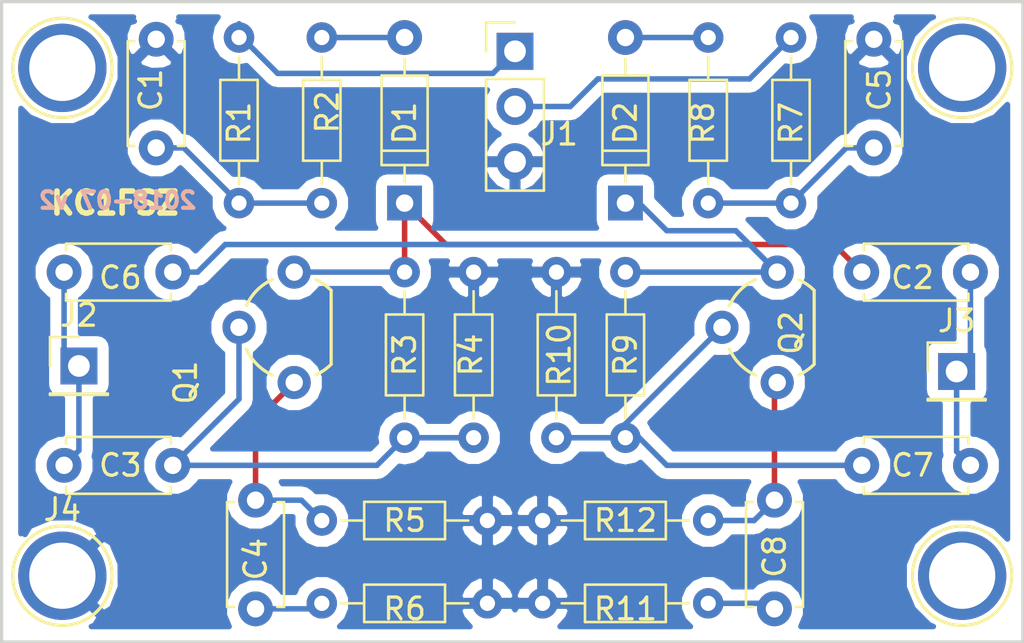
<source format=kicad_pcb>
(kicad_pcb (version 4) (host pcbnew 4.0.7)

  (general
    (links 39)
    (no_connects 0)
    (area 147.090381 84.315 197.84162 116.019)
    (thickness 1.6)
    (drawings 6)
    (tracks 63)
    (zones 0)
    (modules 31)
    (nets 18)
  )

  (page A4)
  (title_block
    (title "KC1FSZ - Bi-Directional Amplifier")
    (date 2018-07-07)
    (rev v2)
  )

  (layers
    (0 F.Cu signal)
    (31 B.Cu signal)
    (32 B.Adhes user)
    (33 F.Adhes user)
    (34 B.Paste user)
    (35 F.Paste user)
    (36 B.SilkS user)
    (37 F.SilkS user)
    (38 B.Mask user)
    (39 F.Mask user)
    (40 Dwgs.User user)
    (41 Cmts.User user)
    (42 Eco1.User user)
    (43 Eco2.User user)
    (44 Edge.Cuts user)
    (45 Margin user)
    (46 B.CrtYd user)
    (47 F.CrtYd user)
    (48 B.Fab user)
    (49 F.Fab user)
  )

  (setup
    (last_trace_width 0.254)
    (trace_clearance 0.254)
    (zone_clearance 0.508)
    (zone_45_only no)
    (trace_min 0.254)
    (segment_width 0.2)
    (edge_width 0.15)
    (via_size 0.6858)
    (via_drill 0.3302)
    (via_min_size 0.6858)
    (via_min_drill 0.3302)
    (uvia_size 0.3)
    (uvia_drill 0.1)
    (uvias_allowed no)
    (uvia_min_size 0.127)
    (uvia_min_drill 0.1)
    (pcb_text_width 0.3)
    (pcb_text_size 1.5 1.5)
    (mod_edge_width 0.15)
    (mod_text_size 1 1)
    (mod_text_width 0.15)
    (pad_size 4.064 4.064)
    (pad_drill 3.048)
    (pad_to_mask_clearance 0.2)
    (aux_axis_origin 0 0)
    (visible_elements FFFFFF7F)
    (pcbplotparams
      (layerselection 0x010f0_80000001)
      (usegerberextensions true)
      (excludeedgelayer true)
      (linewidth 0.100000)
      (plotframeref false)
      (viasonmask false)
      (mode 1)
      (useauxorigin false)
      (hpglpennumber 1)
      (hpglpenspeed 20)
      (hpglpendiameter 15)
      (hpglpenoverlay 2)
      (psnegative false)
      (psa4output false)
      (plotreference true)
      (plotvalue false)
      (plotinvisibletext false)
      (padsonsilk false)
      (subtractmaskfromsilk true)
      (outputformat 1)
      (mirror false)
      (drillshape 0)
      (scaleselection 1)
      (outputdirectory PLOTS/))
  )

  (net 0 "")
  (net 1 "Net-(C1-Pad1)")
  (net 2 GND)
  (net 3 RF_RIGHT)
  (net 4 "Net-(C2-Pad2)")
  (net 5 "Net-(C3-Pad1)")
  (net 6 RF_LEFT)
  (net 7 "Net-(C4-Pad1)")
  (net 8 "Net-(C4-Pad2)")
  (net 9 "Net-(C5-Pad1)")
  (net 10 "Net-(C6-Pad1)")
  (net 11 "Net-(C7-Pad2)")
  (net 12 "Net-(C8-Pad1)")
  (net 13 "Net-(C8-Pad2)")
  (net 14 "Net-(D1-Pad2)")
  (net 15 "Net-(D2-Pad2)")
  (net 16 RX_PWR)
  (net 17 TX_PWR)

  (net_class Default "This is the default net class."
    (clearance 0.254)
    (trace_width 0.254)
    (via_dia 0.6858)
    (via_drill 0.3302)
    (uvia_dia 0.3)
    (uvia_drill 0.1)
    (add_net GND)
    (add_net "Net-(C1-Pad1)")
    (add_net "Net-(C2-Pad2)")
    (add_net "Net-(C3-Pad1)")
    (add_net "Net-(C4-Pad1)")
    (add_net "Net-(C4-Pad2)")
    (add_net "Net-(C5-Pad1)")
    (add_net "Net-(C6-Pad1)")
    (add_net "Net-(C7-Pad2)")
    (add_net "Net-(C8-Pad1)")
    (add_net "Net-(C8-Pad2)")
    (add_net "Net-(D1-Pad2)")
    (add_net "Net-(D2-Pad2)")
    (add_net RF_LEFT)
    (add_net RF_RIGHT)
    (add_net RX_PWR)
    (add_net TX_PWR)
  )

  (module Capacitors_THT:C_Disc_D4.7mm_W2.5mm_P5.00mm (layer F.Cu) (tedit 5B3E998D) (tstamp 5AF18B93)
    (at 156.21 92.075 90)
    (descr "C, Disc series, Radial, pin pitch=5.00mm, , diameter*width=4.7*2.5mm^2, Capacitor, http://www.vishay.com/docs/45233/krseries.pdf")
    (tags "C Disc series Radial pin pitch 5.00mm  diameter 4.7mm width 2.5mm Capacitor")
    (path /5AF11D96)
    (fp_text reference C1 (at 2.667 -0.254 90) (layer F.SilkS)
      (effects (font (size 1 1) (thickness 0.15)))
    )
    (fp_text value C (at 2.5 2.56 90) (layer F.Fab)
      (effects (font (size 1 1) (thickness 0.15)))
    )
    (fp_line (start 0.15 -1.25) (end 0.15 1.25) (layer F.Fab) (width 0.1))
    (fp_line (start 0.15 1.25) (end 4.85 1.25) (layer F.Fab) (width 0.1))
    (fp_line (start 4.85 1.25) (end 4.85 -1.25) (layer F.Fab) (width 0.1))
    (fp_line (start 4.85 -1.25) (end 0.15 -1.25) (layer F.Fab) (width 0.1))
    (fp_line (start 0.09 -1.31) (end 4.91 -1.31) (layer F.SilkS) (width 0.12))
    (fp_line (start 0.09 1.31) (end 4.91 1.31) (layer F.SilkS) (width 0.12))
    (fp_line (start 0.09 -1.31) (end 0.09 -0.996) (layer F.SilkS) (width 0.12))
    (fp_line (start 0.09 0.996) (end 0.09 1.31) (layer F.SilkS) (width 0.12))
    (fp_line (start 4.91 -1.31) (end 4.91 -0.996) (layer F.SilkS) (width 0.12))
    (fp_line (start 4.91 0.996) (end 4.91 1.31) (layer F.SilkS) (width 0.12))
    (fp_line (start -1.05 -1.6) (end -1.05 1.6) (layer F.CrtYd) (width 0.05))
    (fp_line (start -1.05 1.6) (end 6.05 1.6) (layer F.CrtYd) (width 0.05))
    (fp_line (start 6.05 1.6) (end 6.05 -1.6) (layer F.CrtYd) (width 0.05))
    (fp_line (start 6.05 -1.6) (end -1.05 -1.6) (layer F.CrtYd) (width 0.05))
    (fp_text user %R (at 2.5 0 90) (layer F.Fab)
      (effects (font (size 1 1) (thickness 0.15)))
    )
    (pad 1 thru_hole circle (at 0 0 90) (size 1.6 1.6) (drill 0.8) (layers *.Cu *.Mask)
      (net 1 "Net-(C1-Pad1)"))
    (pad 2 thru_hole circle (at 5 0 90) (size 1.6 1.6) (drill 0.8) (layers *.Cu *.Mask)
      (net 2 GND))
    (model ${KISYS3DMOD}/Capacitors_THT.3dshapes/C_Disc_D4.7mm_W2.5mm_P5.00mm.wrl
      (at (xyz 0 0 0))
      (scale (xyz 1 1 1))
      (rotate (xyz 0 0 0))
    )
  )

  (module Capacitors_THT:C_Disc_D4.7mm_W2.5mm_P5.00mm (layer F.Cu) (tedit 5B3E9985) (tstamp 5AF18B99)
    (at 193.675 97.79 180)
    (descr "C, Disc series, Radial, pin pitch=5.00mm, , diameter*width=4.7*2.5mm^2, Capacitor, http://www.vishay.com/docs/45233/krseries.pdf")
    (tags "C Disc series Radial pin pitch 5.00mm  diameter 4.7mm width 2.5mm Capacitor")
    (path /5AF13BA7)
    (fp_text reference C2 (at 2.667 -0.254 180) (layer F.SilkS)
      (effects (font (size 1 1) (thickness 0.15)))
    )
    (fp_text value C (at 2.5 2.56 180) (layer F.Fab)
      (effects (font (size 1 1) (thickness 0.15)))
    )
    (fp_line (start 0.15 -1.25) (end 0.15 1.25) (layer F.Fab) (width 0.1))
    (fp_line (start 0.15 1.25) (end 4.85 1.25) (layer F.Fab) (width 0.1))
    (fp_line (start 4.85 1.25) (end 4.85 -1.25) (layer F.Fab) (width 0.1))
    (fp_line (start 4.85 -1.25) (end 0.15 -1.25) (layer F.Fab) (width 0.1))
    (fp_line (start 0.09 -1.31) (end 4.91 -1.31) (layer F.SilkS) (width 0.12))
    (fp_line (start 0.09 1.31) (end 4.91 1.31) (layer F.SilkS) (width 0.12))
    (fp_line (start 0.09 -1.31) (end 0.09 -0.996) (layer F.SilkS) (width 0.12))
    (fp_line (start 0.09 0.996) (end 0.09 1.31) (layer F.SilkS) (width 0.12))
    (fp_line (start 4.91 -1.31) (end 4.91 -0.996) (layer F.SilkS) (width 0.12))
    (fp_line (start 4.91 0.996) (end 4.91 1.31) (layer F.SilkS) (width 0.12))
    (fp_line (start -1.05 -1.6) (end -1.05 1.6) (layer F.CrtYd) (width 0.05))
    (fp_line (start -1.05 1.6) (end 6.05 1.6) (layer F.CrtYd) (width 0.05))
    (fp_line (start 6.05 1.6) (end 6.05 -1.6) (layer F.CrtYd) (width 0.05))
    (fp_line (start 6.05 -1.6) (end -1.05 -1.6) (layer F.CrtYd) (width 0.05))
    (fp_text user %R (at 2.5 0 180) (layer F.Fab)
      (effects (font (size 1 1) (thickness 0.15)))
    )
    (pad 1 thru_hole circle (at 0 0 180) (size 1.6 1.6) (drill 0.8) (layers *.Cu *.Mask)
      (net 3 RF_RIGHT))
    (pad 2 thru_hole circle (at 5 0 180) (size 1.6 1.6) (drill 0.8) (layers *.Cu *.Mask)
      (net 4 "Net-(C2-Pad2)"))
    (model ${KISYS3DMOD}/Capacitors_THT.3dshapes/C_Disc_D4.7mm_W2.5mm_P5.00mm.wrl
      (at (xyz 0 0 0))
      (scale (xyz 1 1 1))
      (rotate (xyz 0 0 0))
    )
  )

  (module Capacitors_THT:C_Disc_D4.7mm_W2.5mm_P5.00mm (layer F.Cu) (tedit 5B3E9956) (tstamp 5AF18B9F)
    (at 156.972 106.68 180)
    (descr "C, Disc series, Radial, pin pitch=5.00mm, , diameter*width=4.7*2.5mm^2, Capacitor, http://www.vishay.com/docs/45233/krseries.pdf")
    (tags "C Disc series Radial pin pitch 5.00mm  diameter 4.7mm width 2.5mm Capacitor")
    (path /5AF13CAE)
    (fp_text reference C3 (at 2.413 0 180) (layer F.SilkS)
      (effects (font (size 1 1) (thickness 0.15)))
    )
    (fp_text value C (at 2.5 2.56 180) (layer F.Fab)
      (effects (font (size 1 1) (thickness 0.15)))
    )
    (fp_line (start 0.15 -1.25) (end 0.15 1.25) (layer F.Fab) (width 0.1))
    (fp_line (start 0.15 1.25) (end 4.85 1.25) (layer F.Fab) (width 0.1))
    (fp_line (start 4.85 1.25) (end 4.85 -1.25) (layer F.Fab) (width 0.1))
    (fp_line (start 4.85 -1.25) (end 0.15 -1.25) (layer F.Fab) (width 0.1))
    (fp_line (start 0.09 -1.31) (end 4.91 -1.31) (layer F.SilkS) (width 0.12))
    (fp_line (start 0.09 1.31) (end 4.91 1.31) (layer F.SilkS) (width 0.12))
    (fp_line (start 0.09 -1.31) (end 0.09 -0.996) (layer F.SilkS) (width 0.12))
    (fp_line (start 0.09 0.996) (end 0.09 1.31) (layer F.SilkS) (width 0.12))
    (fp_line (start 4.91 -1.31) (end 4.91 -0.996) (layer F.SilkS) (width 0.12))
    (fp_line (start 4.91 0.996) (end 4.91 1.31) (layer F.SilkS) (width 0.12))
    (fp_line (start -1.05 -1.6) (end -1.05 1.6) (layer F.CrtYd) (width 0.05))
    (fp_line (start -1.05 1.6) (end 6.05 1.6) (layer F.CrtYd) (width 0.05))
    (fp_line (start 6.05 1.6) (end 6.05 -1.6) (layer F.CrtYd) (width 0.05))
    (fp_line (start 6.05 -1.6) (end -1.05 -1.6) (layer F.CrtYd) (width 0.05))
    (fp_text user %R (at 2.5 0 180) (layer F.Fab)
      (effects (font (size 1 1) (thickness 0.15)))
    )
    (pad 1 thru_hole circle (at 0 0 180) (size 1.6 1.6) (drill 0.8) (layers *.Cu *.Mask)
      (net 5 "Net-(C3-Pad1)"))
    (pad 2 thru_hole circle (at 5 0 180) (size 1.6 1.6) (drill 0.8) (layers *.Cu *.Mask)
      (net 6 RF_LEFT))
    (model ${KISYS3DMOD}/Capacitors_THT.3dshapes/C_Disc_D4.7mm_W2.5mm_P5.00mm.wrl
      (at (xyz 0 0 0))
      (scale (xyz 1 1 1))
      (rotate (xyz 0 0 0))
    )
  )

  (module Capacitors_THT:C_Disc_D4.7mm_W2.5mm_P5.00mm (layer F.Cu) (tedit 5B3E99C0) (tstamp 5AF18BA5)
    (at 160.782 113.284 90)
    (descr "C, Disc series, Radial, pin pitch=5.00mm, , diameter*width=4.7*2.5mm^2, Capacitor, http://www.vishay.com/docs/45233/krseries.pdf")
    (tags "C Disc series Radial pin pitch 5.00mm  diameter 4.7mm width 2.5mm Capacitor")
    (path /5AF121F4)
    (fp_text reference C4 (at 2.286 0 90) (layer F.SilkS)
      (effects (font (size 1 1) (thickness 0.15)))
    )
    (fp_text value C (at 2.5 2.56 90) (layer F.Fab)
      (effects (font (size 1 1) (thickness 0.15)))
    )
    (fp_line (start 0.15 -1.25) (end 0.15 1.25) (layer F.Fab) (width 0.1))
    (fp_line (start 0.15 1.25) (end 4.85 1.25) (layer F.Fab) (width 0.1))
    (fp_line (start 4.85 1.25) (end 4.85 -1.25) (layer F.Fab) (width 0.1))
    (fp_line (start 4.85 -1.25) (end 0.15 -1.25) (layer F.Fab) (width 0.1))
    (fp_line (start 0.09 -1.31) (end 4.91 -1.31) (layer F.SilkS) (width 0.12))
    (fp_line (start 0.09 1.31) (end 4.91 1.31) (layer F.SilkS) (width 0.12))
    (fp_line (start 0.09 -1.31) (end 0.09 -0.996) (layer F.SilkS) (width 0.12))
    (fp_line (start 0.09 0.996) (end 0.09 1.31) (layer F.SilkS) (width 0.12))
    (fp_line (start 4.91 -1.31) (end 4.91 -0.996) (layer F.SilkS) (width 0.12))
    (fp_line (start 4.91 0.996) (end 4.91 1.31) (layer F.SilkS) (width 0.12))
    (fp_line (start -1.05 -1.6) (end -1.05 1.6) (layer F.CrtYd) (width 0.05))
    (fp_line (start -1.05 1.6) (end 6.05 1.6) (layer F.CrtYd) (width 0.05))
    (fp_line (start 6.05 1.6) (end 6.05 -1.6) (layer F.CrtYd) (width 0.05))
    (fp_line (start 6.05 -1.6) (end -1.05 -1.6) (layer F.CrtYd) (width 0.05))
    (fp_text user %R (at 2.5 0 90) (layer F.Fab)
      (effects (font (size 1 1) (thickness 0.15)))
    )
    (pad 1 thru_hole circle (at 0 0 90) (size 1.6 1.6) (drill 0.8) (layers *.Cu *.Mask)
      (net 7 "Net-(C4-Pad1)"))
    (pad 2 thru_hole circle (at 5 0 90) (size 1.6 1.6) (drill 0.8) (layers *.Cu *.Mask)
      (net 8 "Net-(C4-Pad2)"))
    (model ${KISYS3DMOD}/Capacitors_THT.3dshapes/C_Disc_D4.7mm_W2.5mm_P5.00mm.wrl
      (at (xyz 0 0 0))
      (scale (xyz 1 1 1))
      (rotate (xyz 0 0 0))
    )
  )

  (module Capacitors_THT:C_Disc_D4.7mm_W2.5mm_P5.00mm (layer F.Cu) (tedit 5B3E99A3) (tstamp 5AF18BAB)
    (at 189.23 92.075 90)
    (descr "C, Disc series, Radial, pin pitch=5.00mm, , diameter*width=4.7*2.5mm^2, Capacitor, http://www.vishay.com/docs/45233/krseries.pdf")
    (tags "C Disc series Radial pin pitch 5.00mm  diameter 4.7mm width 2.5mm Capacitor")
    (path /5AF137CA)
    (fp_text reference C5 (at 2.667 0.254 90) (layer F.SilkS)
      (effects (font (size 1 1) (thickness 0.15)))
    )
    (fp_text value C (at 2.5 2.56 90) (layer F.Fab)
      (effects (font (size 1 1) (thickness 0.15)))
    )
    (fp_line (start 0.15 -1.25) (end 0.15 1.25) (layer F.Fab) (width 0.1))
    (fp_line (start 0.15 1.25) (end 4.85 1.25) (layer F.Fab) (width 0.1))
    (fp_line (start 4.85 1.25) (end 4.85 -1.25) (layer F.Fab) (width 0.1))
    (fp_line (start 4.85 -1.25) (end 0.15 -1.25) (layer F.Fab) (width 0.1))
    (fp_line (start 0.09 -1.31) (end 4.91 -1.31) (layer F.SilkS) (width 0.12))
    (fp_line (start 0.09 1.31) (end 4.91 1.31) (layer F.SilkS) (width 0.12))
    (fp_line (start 0.09 -1.31) (end 0.09 -0.996) (layer F.SilkS) (width 0.12))
    (fp_line (start 0.09 0.996) (end 0.09 1.31) (layer F.SilkS) (width 0.12))
    (fp_line (start 4.91 -1.31) (end 4.91 -0.996) (layer F.SilkS) (width 0.12))
    (fp_line (start 4.91 0.996) (end 4.91 1.31) (layer F.SilkS) (width 0.12))
    (fp_line (start -1.05 -1.6) (end -1.05 1.6) (layer F.CrtYd) (width 0.05))
    (fp_line (start -1.05 1.6) (end 6.05 1.6) (layer F.CrtYd) (width 0.05))
    (fp_line (start 6.05 1.6) (end 6.05 -1.6) (layer F.CrtYd) (width 0.05))
    (fp_line (start 6.05 -1.6) (end -1.05 -1.6) (layer F.CrtYd) (width 0.05))
    (fp_text user %R (at 2.5 0 90) (layer F.Fab)
      (effects (font (size 1 1) (thickness 0.15)))
    )
    (pad 1 thru_hole circle (at 0 0 90) (size 1.6 1.6) (drill 0.8) (layers *.Cu *.Mask)
      (net 9 "Net-(C5-Pad1)"))
    (pad 2 thru_hole circle (at 5 0 90) (size 1.6 1.6) (drill 0.8) (layers *.Cu *.Mask)
      (net 2 GND))
    (model ${KISYS3DMOD}/Capacitors_THT.3dshapes/C_Disc_D4.7mm_W2.5mm_P5.00mm.wrl
      (at (xyz 0 0 0))
      (scale (xyz 1 1 1))
      (rotate (xyz 0 0 0))
    )
  )

  (module Capacitors_THT:C_Disc_D4.7mm_W2.5mm_P5.00mm (layer F.Cu) (tedit 5B3E99AC) (tstamp 5AF18BB1)
    (at 156.972 97.79 180)
    (descr "C, Disc series, Radial, pin pitch=5.00mm, , diameter*width=4.7*2.5mm^2, Capacitor, http://www.vishay.com/docs/45233/krseries.pdf")
    (tags "C Disc series Radial pin pitch 5.00mm  diameter 4.7mm width 2.5mm Capacitor")
    (path /5AF13D47)
    (fp_text reference C6 (at 2.413 -0.254 180) (layer F.SilkS)
      (effects (font (size 1 1) (thickness 0.15)))
    )
    (fp_text value C (at 2.5 2.56 180) (layer F.Fab)
      (effects (font (size 1 1) (thickness 0.15)))
    )
    (fp_line (start 0.15 -1.25) (end 0.15 1.25) (layer F.Fab) (width 0.1))
    (fp_line (start 0.15 1.25) (end 4.85 1.25) (layer F.Fab) (width 0.1))
    (fp_line (start 4.85 1.25) (end 4.85 -1.25) (layer F.Fab) (width 0.1))
    (fp_line (start 4.85 -1.25) (end 0.15 -1.25) (layer F.Fab) (width 0.1))
    (fp_line (start 0.09 -1.31) (end 4.91 -1.31) (layer F.SilkS) (width 0.12))
    (fp_line (start 0.09 1.31) (end 4.91 1.31) (layer F.SilkS) (width 0.12))
    (fp_line (start 0.09 -1.31) (end 0.09 -0.996) (layer F.SilkS) (width 0.12))
    (fp_line (start 0.09 0.996) (end 0.09 1.31) (layer F.SilkS) (width 0.12))
    (fp_line (start 4.91 -1.31) (end 4.91 -0.996) (layer F.SilkS) (width 0.12))
    (fp_line (start 4.91 0.996) (end 4.91 1.31) (layer F.SilkS) (width 0.12))
    (fp_line (start -1.05 -1.6) (end -1.05 1.6) (layer F.CrtYd) (width 0.05))
    (fp_line (start -1.05 1.6) (end 6.05 1.6) (layer F.CrtYd) (width 0.05))
    (fp_line (start 6.05 1.6) (end 6.05 -1.6) (layer F.CrtYd) (width 0.05))
    (fp_line (start 6.05 -1.6) (end -1.05 -1.6) (layer F.CrtYd) (width 0.05))
    (fp_text user %R (at 2.5 0 180) (layer F.Fab)
      (effects (font (size 1 1) (thickness 0.15)))
    )
    (pad 1 thru_hole circle (at 0 0 180) (size 1.6 1.6) (drill 0.8) (layers *.Cu *.Mask)
      (net 10 "Net-(C6-Pad1)"))
    (pad 2 thru_hole circle (at 5 0 180) (size 1.6 1.6) (drill 0.8) (layers *.Cu *.Mask)
      (net 6 RF_LEFT))
    (model ${KISYS3DMOD}/Capacitors_THT.3dshapes/C_Disc_D4.7mm_W2.5mm_P5.00mm.wrl
      (at (xyz 0 0 0))
      (scale (xyz 1 1 1))
      (rotate (xyz 0 0 0))
    )
  )

  (module Capacitors_THT:C_Disc_D4.7mm_W2.5mm_P5.00mm (layer F.Cu) (tedit 5B3E99A9) (tstamp 5AF18BB7)
    (at 193.675 106.68 180)
    (descr "C, Disc series, Radial, pin pitch=5.00mm, , diameter*width=4.7*2.5mm^2, Capacitor, http://www.vishay.com/docs/45233/krseries.pdf")
    (tags "C Disc series Radial pin pitch 5.00mm  diameter 4.7mm width 2.5mm Capacitor")
    (path /5AF13C26)
    (fp_text reference C7 (at 2.667 0 180) (layer F.SilkS)
      (effects (font (size 1 1) (thickness 0.15)))
    )
    (fp_text value C (at 2.5 2.56 180) (layer F.Fab)
      (effects (font (size 1 1) (thickness 0.15)))
    )
    (fp_line (start 0.15 -1.25) (end 0.15 1.25) (layer F.Fab) (width 0.1))
    (fp_line (start 0.15 1.25) (end 4.85 1.25) (layer F.Fab) (width 0.1))
    (fp_line (start 4.85 1.25) (end 4.85 -1.25) (layer F.Fab) (width 0.1))
    (fp_line (start 4.85 -1.25) (end 0.15 -1.25) (layer F.Fab) (width 0.1))
    (fp_line (start 0.09 -1.31) (end 4.91 -1.31) (layer F.SilkS) (width 0.12))
    (fp_line (start 0.09 1.31) (end 4.91 1.31) (layer F.SilkS) (width 0.12))
    (fp_line (start 0.09 -1.31) (end 0.09 -0.996) (layer F.SilkS) (width 0.12))
    (fp_line (start 0.09 0.996) (end 0.09 1.31) (layer F.SilkS) (width 0.12))
    (fp_line (start 4.91 -1.31) (end 4.91 -0.996) (layer F.SilkS) (width 0.12))
    (fp_line (start 4.91 0.996) (end 4.91 1.31) (layer F.SilkS) (width 0.12))
    (fp_line (start -1.05 -1.6) (end -1.05 1.6) (layer F.CrtYd) (width 0.05))
    (fp_line (start -1.05 1.6) (end 6.05 1.6) (layer F.CrtYd) (width 0.05))
    (fp_line (start 6.05 1.6) (end 6.05 -1.6) (layer F.CrtYd) (width 0.05))
    (fp_line (start 6.05 -1.6) (end -1.05 -1.6) (layer F.CrtYd) (width 0.05))
    (fp_text user %R (at 2.5 0 180) (layer F.Fab)
      (effects (font (size 1 1) (thickness 0.15)))
    )
    (pad 1 thru_hole circle (at 0 0 180) (size 1.6 1.6) (drill 0.8) (layers *.Cu *.Mask)
      (net 3 RF_RIGHT))
    (pad 2 thru_hole circle (at 5 0 180) (size 1.6 1.6) (drill 0.8) (layers *.Cu *.Mask)
      (net 11 "Net-(C7-Pad2)"))
    (model ${KISYS3DMOD}/Capacitors_THT.3dshapes/C_Disc_D4.7mm_W2.5mm_P5.00mm.wrl
      (at (xyz 0 0 0))
      (scale (xyz 1 1 1))
      (rotate (xyz 0 0 0))
    )
  )

  (module Capacitors_THT:C_Disc_D4.7mm_W2.5mm_P5.00mm (layer F.Cu) (tedit 5B3E99BB) (tstamp 5AF18BBD)
    (at 184.658 113.284 90)
    (descr "C, Disc series, Radial, pin pitch=5.00mm, , diameter*width=4.7*2.5mm^2, Capacitor, http://www.vishay.com/docs/45233/krseries.pdf")
    (tags "C Disc series Radial pin pitch 5.00mm  diameter 4.7mm width 2.5mm Capacitor")
    (path /5AF137FA)
    (fp_text reference C8 (at 2.413 0 90) (layer F.SilkS)
      (effects (font (size 1 1) (thickness 0.15)))
    )
    (fp_text value C (at 2.5 2.56 90) (layer F.Fab)
      (effects (font (size 1 1) (thickness 0.15)))
    )
    (fp_line (start 0.15 -1.25) (end 0.15 1.25) (layer F.Fab) (width 0.1))
    (fp_line (start 0.15 1.25) (end 4.85 1.25) (layer F.Fab) (width 0.1))
    (fp_line (start 4.85 1.25) (end 4.85 -1.25) (layer F.Fab) (width 0.1))
    (fp_line (start 4.85 -1.25) (end 0.15 -1.25) (layer F.Fab) (width 0.1))
    (fp_line (start 0.09 -1.31) (end 4.91 -1.31) (layer F.SilkS) (width 0.12))
    (fp_line (start 0.09 1.31) (end 4.91 1.31) (layer F.SilkS) (width 0.12))
    (fp_line (start 0.09 -1.31) (end 0.09 -0.996) (layer F.SilkS) (width 0.12))
    (fp_line (start 0.09 0.996) (end 0.09 1.31) (layer F.SilkS) (width 0.12))
    (fp_line (start 4.91 -1.31) (end 4.91 -0.996) (layer F.SilkS) (width 0.12))
    (fp_line (start 4.91 0.996) (end 4.91 1.31) (layer F.SilkS) (width 0.12))
    (fp_line (start -1.05 -1.6) (end -1.05 1.6) (layer F.CrtYd) (width 0.05))
    (fp_line (start -1.05 1.6) (end 6.05 1.6) (layer F.CrtYd) (width 0.05))
    (fp_line (start 6.05 1.6) (end 6.05 -1.6) (layer F.CrtYd) (width 0.05))
    (fp_line (start 6.05 -1.6) (end -1.05 -1.6) (layer F.CrtYd) (width 0.05))
    (fp_text user %R (at 2.5 0 90) (layer F.Fab)
      (effects (font (size 1 1) (thickness 0.15)))
    )
    (pad 1 thru_hole circle (at 0 0 90) (size 1.6 1.6) (drill 0.8) (layers *.Cu *.Mask)
      (net 12 "Net-(C8-Pad1)"))
    (pad 2 thru_hole circle (at 5 0 90) (size 1.6 1.6) (drill 0.8) (layers *.Cu *.Mask)
      (net 13 "Net-(C8-Pad2)"))
    (model ${KISYS3DMOD}/Capacitors_THT.3dshapes/C_Disc_D4.7mm_W2.5mm_P5.00mm.wrl
      (at (xyz 0 0 0))
      (scale (xyz 1 1 1))
      (rotate (xyz 0 0 0))
    )
  )

  (module Diodes_THT:D_DO-35_SOD27_P7.62mm_Horizontal (layer F.Cu) (tedit 5B3E9998) (tstamp 5AF18BC3)
    (at 167.64 94.615 90)
    (descr "D, DO-35_SOD27 series, Axial, Horizontal, pin pitch=7.62mm, , length*diameter=4*2mm^2, , http://www.diodes.com/_files/packages/DO-35.pdf")
    (tags "D DO-35_SOD27 series Axial Horizontal pin pitch 7.62mm  length 4mm diameter 2mm")
    (path /5AF11DE0)
    (fp_text reference D1 (at 3.683 0 90) (layer F.SilkS)
      (effects (font (size 1 1) (thickness 0.15)))
    )
    (fp_text value D (at 3.81 2.06 90) (layer F.Fab)
      (effects (font (size 1 1) (thickness 0.15)))
    )
    (fp_text user %R (at 3.81 0 90) (layer F.Fab)
      (effects (font (size 1 1) (thickness 0.15)))
    )
    (fp_line (start 1.81 -1) (end 1.81 1) (layer F.Fab) (width 0.1))
    (fp_line (start 1.81 1) (end 5.81 1) (layer F.Fab) (width 0.1))
    (fp_line (start 5.81 1) (end 5.81 -1) (layer F.Fab) (width 0.1))
    (fp_line (start 5.81 -1) (end 1.81 -1) (layer F.Fab) (width 0.1))
    (fp_line (start 0 0) (end 1.81 0) (layer F.Fab) (width 0.1))
    (fp_line (start 7.62 0) (end 5.81 0) (layer F.Fab) (width 0.1))
    (fp_line (start 2.41 -1) (end 2.41 1) (layer F.Fab) (width 0.1))
    (fp_line (start 1.75 -1.06) (end 1.75 1.06) (layer F.SilkS) (width 0.12))
    (fp_line (start 1.75 1.06) (end 5.87 1.06) (layer F.SilkS) (width 0.12))
    (fp_line (start 5.87 1.06) (end 5.87 -1.06) (layer F.SilkS) (width 0.12))
    (fp_line (start 5.87 -1.06) (end 1.75 -1.06) (layer F.SilkS) (width 0.12))
    (fp_line (start 0.98 0) (end 1.75 0) (layer F.SilkS) (width 0.12))
    (fp_line (start 6.64 0) (end 5.87 0) (layer F.SilkS) (width 0.12))
    (fp_line (start 2.41 -1.06) (end 2.41 1.06) (layer F.SilkS) (width 0.12))
    (fp_line (start -1.05 -1.35) (end -1.05 1.35) (layer F.CrtYd) (width 0.05))
    (fp_line (start -1.05 1.35) (end 8.7 1.35) (layer F.CrtYd) (width 0.05))
    (fp_line (start 8.7 1.35) (end 8.7 -1.35) (layer F.CrtYd) (width 0.05))
    (fp_line (start 8.7 -1.35) (end -1.05 -1.35) (layer F.CrtYd) (width 0.05))
    (pad 1 thru_hole rect (at 0 0 90) (size 1.6 1.6) (drill 0.8) (layers *.Cu *.Mask)
      (net 4 "Net-(C2-Pad2)"))
    (pad 2 thru_hole oval (at 7.62 0 90) (size 1.6 1.6) (drill 0.8) (layers *.Cu *.Mask)
      (net 14 "Net-(D1-Pad2)"))
    (model ${KISYS3DMOD}/Diodes_THT.3dshapes/D_DO-35_SOD27_P7.62mm_Horizontal.wrl
      (at (xyz 0 0 0))
      (scale (xyz 0.393701 0.393701 0.393701))
      (rotate (xyz 0 0 0))
    )
  )

  (module Diodes_THT:D_DO-35_SOD27_P7.62mm_Horizontal (layer F.Cu) (tedit 5B3E999B) (tstamp 5AF18BC9)
    (at 177.8 94.615 90)
    (descr "D, DO-35_SOD27 series, Axial, Horizontal, pin pitch=7.62mm, , length*diameter=4*2mm^2, , http://www.diodes.com/_files/packages/DO-35.pdf")
    (tags "D DO-35_SOD27 series Axial Horizontal pin pitch 7.62mm  length 4mm diameter 2mm")
    (path /5AF137D6)
    (fp_text reference D2 (at 3.683 0 90) (layer F.SilkS)
      (effects (font (size 1 1) (thickness 0.15)))
    )
    (fp_text value D (at 3.81 2.06 90) (layer F.Fab)
      (effects (font (size 1 1) (thickness 0.15)))
    )
    (fp_text user %R (at 3.81 0 90) (layer F.Fab)
      (effects (font (size 1 1) (thickness 0.15)))
    )
    (fp_line (start 1.81 -1) (end 1.81 1) (layer F.Fab) (width 0.1))
    (fp_line (start 1.81 1) (end 5.81 1) (layer F.Fab) (width 0.1))
    (fp_line (start 5.81 1) (end 5.81 -1) (layer F.Fab) (width 0.1))
    (fp_line (start 5.81 -1) (end 1.81 -1) (layer F.Fab) (width 0.1))
    (fp_line (start 0 0) (end 1.81 0) (layer F.Fab) (width 0.1))
    (fp_line (start 7.62 0) (end 5.81 0) (layer F.Fab) (width 0.1))
    (fp_line (start 2.41 -1) (end 2.41 1) (layer F.Fab) (width 0.1))
    (fp_line (start 1.75 -1.06) (end 1.75 1.06) (layer F.SilkS) (width 0.12))
    (fp_line (start 1.75 1.06) (end 5.87 1.06) (layer F.SilkS) (width 0.12))
    (fp_line (start 5.87 1.06) (end 5.87 -1.06) (layer F.SilkS) (width 0.12))
    (fp_line (start 5.87 -1.06) (end 1.75 -1.06) (layer F.SilkS) (width 0.12))
    (fp_line (start 0.98 0) (end 1.75 0) (layer F.SilkS) (width 0.12))
    (fp_line (start 6.64 0) (end 5.87 0) (layer F.SilkS) (width 0.12))
    (fp_line (start 2.41 -1.06) (end 2.41 1.06) (layer F.SilkS) (width 0.12))
    (fp_line (start -1.05 -1.35) (end -1.05 1.35) (layer F.CrtYd) (width 0.05))
    (fp_line (start -1.05 1.35) (end 8.7 1.35) (layer F.CrtYd) (width 0.05))
    (fp_line (start 8.7 1.35) (end 8.7 -1.35) (layer F.CrtYd) (width 0.05))
    (fp_line (start 8.7 -1.35) (end -1.05 -1.35) (layer F.CrtYd) (width 0.05))
    (pad 1 thru_hole rect (at 0 0 90) (size 1.6 1.6) (drill 0.8) (layers *.Cu *.Mask)
      (net 10 "Net-(C6-Pad1)"))
    (pad 2 thru_hole oval (at 7.62 0 90) (size 1.6 1.6) (drill 0.8) (layers *.Cu *.Mask)
      (net 15 "Net-(D2-Pad2)"))
    (model ${KISYS3DMOD}/Diodes_THT.3dshapes/D_DO-35_SOD27_P7.62mm_Horizontal.wrl
      (at (xyz 0 0 0))
      (scale (xyz 0.393701 0.393701 0.393701))
      (rotate (xyz 0 0 0))
    )
  )

  (module Pin_Headers:Pin_Header_Straight_1x03_Pitch2.54mm (layer F.Cu) (tedit 5B3E9B42) (tstamp 5AF18BD0)
    (at 172.72 87.63)
    (descr "Through hole straight pin header, 1x03, 2.54mm pitch, single row")
    (tags "Through hole pin header THT 1x03 2.54mm single row")
    (path /5AF1A019)
    (fp_text reference J1 (at 2.032 3.81) (layer F.SilkS)
      (effects (font (size 1 1) (thickness 0.15)))
    )
    (fp_text value Conn_01x03 (at 0 7.41) (layer F.Fab) hide
      (effects (font (size 1 1) (thickness 0.15)))
    )
    (fp_line (start -0.635 -1.27) (end 1.27 -1.27) (layer F.Fab) (width 0.1))
    (fp_line (start 1.27 -1.27) (end 1.27 6.35) (layer F.Fab) (width 0.1))
    (fp_line (start 1.27 6.35) (end -1.27 6.35) (layer F.Fab) (width 0.1))
    (fp_line (start -1.27 6.35) (end -1.27 -0.635) (layer F.Fab) (width 0.1))
    (fp_line (start -1.27 -0.635) (end -0.635 -1.27) (layer F.Fab) (width 0.1))
    (fp_line (start -1.33 6.41) (end 1.33 6.41) (layer F.SilkS) (width 0.12))
    (fp_line (start -1.33 1.27) (end -1.33 6.41) (layer F.SilkS) (width 0.12))
    (fp_line (start 1.33 1.27) (end 1.33 6.41) (layer F.SilkS) (width 0.12))
    (fp_line (start -1.33 1.27) (end 1.33 1.27) (layer F.SilkS) (width 0.12))
    (fp_line (start -1.33 0) (end -1.33 -1.33) (layer F.SilkS) (width 0.12))
    (fp_line (start -1.33 -1.33) (end 0 -1.33) (layer F.SilkS) (width 0.12))
    (fp_line (start -1.8 -1.8) (end -1.8 6.85) (layer F.CrtYd) (width 0.05))
    (fp_line (start -1.8 6.85) (end 1.8 6.85) (layer F.CrtYd) (width 0.05))
    (fp_line (start 1.8 6.85) (end 1.8 -1.8) (layer F.CrtYd) (width 0.05))
    (fp_line (start 1.8 -1.8) (end -1.8 -1.8) (layer F.CrtYd) (width 0.05))
    (fp_text user %R (at 0 2.54 90) (layer F.Fab)
      (effects (font (size 1 1) (thickness 0.15)))
    )
    (pad 1 thru_hole rect (at 0 0) (size 1.7 1.7) (drill 1) (layers *.Cu *.Mask)
      (net 16 RX_PWR))
    (pad 2 thru_hole oval (at 0 2.54) (size 1.7 1.7) (drill 1) (layers *.Cu *.Mask)
      (net 17 TX_PWR))
    (pad 3 thru_hole oval (at 0 5.08) (size 1.7 1.7) (drill 1) (layers *.Cu *.Mask)
      (net 2 GND))
    (model ${KISYS3DMOD}/Pin_Headers.3dshapes/Pin_Header_Straight_1x03_Pitch2.54mm.wrl
      (at (xyz 0 0 0))
      (scale (xyz 1 1 1))
      (rotate (xyz 0 0 0))
    )
  )

  (module Pin_Headers:Pin_Header_Straight_1x01_Pitch2.54mm (layer F.Cu) (tedit 5B3E9B36) (tstamp 5AF18BD5)
    (at 152.654 102.108)
    (descr "Through hole straight pin header, 1x01, 2.54mm pitch, single row")
    (tags "Through hole pin header THT 1x01 2.54mm single row")
    (path /5AF18B49)
    (fp_text reference J2 (at 0 -2.33) (layer F.SilkS)
      (effects (font (size 1 1) (thickness 0.15)))
    )
    (fp_text value Conn_01x01 (at 0 2.33) (layer F.Fab) hide
      (effects (font (size 1 1) (thickness 0.15)))
    )
    (fp_line (start -0.635 -1.27) (end 1.27 -1.27) (layer F.Fab) (width 0.1))
    (fp_line (start 1.27 -1.27) (end 1.27 1.27) (layer F.Fab) (width 0.1))
    (fp_line (start 1.27 1.27) (end -1.27 1.27) (layer F.Fab) (width 0.1))
    (fp_line (start -1.27 1.27) (end -1.27 -0.635) (layer F.Fab) (width 0.1))
    (fp_line (start -1.27 -0.635) (end -0.635 -1.27) (layer F.Fab) (width 0.1))
    (fp_line (start -1.33 1.33) (end 1.33 1.33) (layer F.SilkS) (width 0.12))
    (fp_line (start -1.33 1.27) (end -1.33 1.33) (layer F.SilkS) (width 0.12))
    (fp_line (start 1.33 1.27) (end 1.33 1.33) (layer F.SilkS) (width 0.12))
    (fp_line (start -1.33 1.27) (end 1.33 1.27) (layer F.SilkS) (width 0.12))
    (fp_line (start -1.33 0) (end -1.33 -1.33) (layer F.SilkS) (width 0.12))
    (fp_line (start -1.33 -1.33) (end 0 -1.33) (layer F.SilkS) (width 0.12))
    (fp_line (start -1.8 -1.8) (end -1.8 1.8) (layer F.CrtYd) (width 0.05))
    (fp_line (start -1.8 1.8) (end 1.8 1.8) (layer F.CrtYd) (width 0.05))
    (fp_line (start 1.8 1.8) (end 1.8 -1.8) (layer F.CrtYd) (width 0.05))
    (fp_line (start 1.8 -1.8) (end -1.8 -1.8) (layer F.CrtYd) (width 0.05))
    (fp_text user %R (at 0 0 90) (layer F.Fab)
      (effects (font (size 1 1) (thickness 0.15)))
    )
    (pad 1 thru_hole rect (at 0 0) (size 1.7 1.7) (drill 1) (layers *.Cu *.Mask)
      (net 6 RF_LEFT))
    (model ${KISYS3DMOD}/Pin_Headers.3dshapes/Pin_Header_Straight_1x01_Pitch2.54mm.wrl
      (at (xyz 0 0 0))
      (scale (xyz 1 1 1))
      (rotate (xyz 0 0 0))
    )
  )

  (module Pin_Headers:Pin_Header_Straight_1x01_Pitch2.54mm (layer F.Cu) (tedit 5B3E9B48) (tstamp 5AF18BDA)
    (at 193.04 102.362)
    (descr "Through hole straight pin header, 1x01, 2.54mm pitch, single row")
    (tags "Through hole pin header THT 1x01 2.54mm single row")
    (path /5AF18F3B)
    (fp_text reference J3 (at 0 -2.33) (layer F.SilkS)
      (effects (font (size 1 1) (thickness 0.15)))
    )
    (fp_text value Conn_01x01 (at 0 2.33) (layer F.Fab) hide
      (effects (font (size 1 1) (thickness 0.15)))
    )
    (fp_line (start -0.635 -1.27) (end 1.27 -1.27) (layer F.Fab) (width 0.1))
    (fp_line (start 1.27 -1.27) (end 1.27 1.27) (layer F.Fab) (width 0.1))
    (fp_line (start 1.27 1.27) (end -1.27 1.27) (layer F.Fab) (width 0.1))
    (fp_line (start -1.27 1.27) (end -1.27 -0.635) (layer F.Fab) (width 0.1))
    (fp_line (start -1.27 -0.635) (end -0.635 -1.27) (layer F.Fab) (width 0.1))
    (fp_line (start -1.33 1.33) (end 1.33 1.33) (layer F.SilkS) (width 0.12))
    (fp_line (start -1.33 1.27) (end -1.33 1.33) (layer F.SilkS) (width 0.12))
    (fp_line (start 1.33 1.27) (end 1.33 1.33) (layer F.SilkS) (width 0.12))
    (fp_line (start -1.33 1.27) (end 1.33 1.27) (layer F.SilkS) (width 0.12))
    (fp_line (start -1.33 0) (end -1.33 -1.33) (layer F.SilkS) (width 0.12))
    (fp_line (start -1.33 -1.33) (end 0 -1.33) (layer F.SilkS) (width 0.12))
    (fp_line (start -1.8 -1.8) (end -1.8 1.8) (layer F.CrtYd) (width 0.05))
    (fp_line (start -1.8 1.8) (end 1.8 1.8) (layer F.CrtYd) (width 0.05))
    (fp_line (start 1.8 1.8) (end 1.8 -1.8) (layer F.CrtYd) (width 0.05))
    (fp_line (start 1.8 -1.8) (end -1.8 -1.8) (layer F.CrtYd) (width 0.05))
    (fp_text user %R (at 0 0 90) (layer F.Fab)
      (effects (font (size 1 1) (thickness 0.15)))
    )
    (pad 1 thru_hole rect (at 0 0) (size 1.7 1.7) (drill 1) (layers *.Cu *.Mask)
      (net 3 RF_RIGHT))
    (model ${KISYS3DMOD}/Pin_Headers.3dshapes/Pin_Header_Straight_1x01_Pitch2.54mm.wrl
      (at (xyz 0 0 0))
      (scale (xyz 1 1 1))
      (rotate (xyz 0 0 0))
    )
  )

  (module TO_SOT_Packages_THT:TO-92_Molded_Wide (layer F.Cu) (tedit 5B3E9B3D) (tstamp 5AF18BE1)
    (at 162.56 102.87 90)
    (descr "TO-92 leads molded, wide, drill 0.8mm (see NXP sot054_po.pdf)")
    (tags "to-92 sc-43 sc-43a sot54 PA33 transistor")
    (path /5AF11E99)
    (fp_text reference Q1 (at 0 -5 270) (layer F.SilkS)
      (effects (font (size 1 1) (thickness 0.15)))
    )
    (fp_text value Q_NPN_EBC (at 0 3 90) (layer F.Fab) hide
      (effects (font (size 1 1) (thickness 0.15)))
    )
    (fp_arc (start 2.54 0) (end 0.34 -1) (angle 41.11209044) (layer F.SilkS) (width 0.15))
    (fp_arc (start 2.54 0) (end 4.74 -1) (angle -41.11210221) (layer F.SilkS) (width 0.15))
    (fp_arc (start 2.54 0) (end 0.84 1.7) (angle 20.5) (layer F.SilkS) (width 0.15))
    (fp_arc (start 2.54 0) (end 4.24 1.7) (angle -20.5) (layer F.SilkS) (width 0.15))
    (fp_line (start -1 1.95) (end -1 -3.55) (layer F.CrtYd) (width 0.05))
    (fp_line (start -1 1.95) (end 6.1 1.95) (layer F.CrtYd) (width 0.05))
    (fp_line (start 0.84 1.7) (end 4.24 1.7) (layer F.SilkS) (width 0.15))
    (fp_line (start -1 -3.55) (end 6.1 -3.55) (layer F.CrtYd) (width 0.05))
    (fp_line (start 6.1 1.95) (end 6.1 -3.55) (layer F.CrtYd) (width 0.05))
    (pad 2 thru_hole circle (at 2.54 -2.54 180) (size 1.524 1.524) (drill 0.8) (layers *.Cu *.Mask)
      (net 5 "Net-(C3-Pad1)"))
    (pad 3 thru_hole circle (at 5.08 0 180) (size 1.524 1.524) (drill 0.8) (layers *.Cu *.Mask)
      (net 4 "Net-(C2-Pad2)"))
    (pad 1 thru_hole circle (at 0 0 180) (size 1.524 1.524) (drill 0.8) (layers *.Cu *.Mask)
      (net 8 "Net-(C4-Pad2)"))
    (model TO_SOT_Packages_THT.3dshapes/TO-92_Molded_Wide.wrl
      (at (xyz 0.1 0 0))
      (scale (xyz 1 1 1))
      (rotate (xyz 0 0 -90))
    )
  )

  (module TO_SOT_Packages_THT:TO-92_Molded_Wide (layer F.Cu) (tedit 5B3E9B4D) (tstamp 5AF18BE8)
    (at 184.785 102.87 90)
    (descr "TO-92 leads molded, wide, drill 0.8mm (see NXP sot054_po.pdf)")
    (tags "to-92 sc-43 sc-43a sot54 PA33 transistor")
    (path /5AF137E8)
    (fp_text reference Q2 (at 2.286 0.635 270) (layer F.SilkS)
      (effects (font (size 1 1) (thickness 0.15)))
    )
    (fp_text value Q_NPN_EBC (at 0 3 90) (layer F.Fab) hide
      (effects (font (size 1 1) (thickness 0.15)))
    )
    (fp_arc (start 2.54 0) (end 0.34 -1) (angle 41.11209044) (layer F.SilkS) (width 0.15))
    (fp_arc (start 2.54 0) (end 4.74 -1) (angle -41.11210221) (layer F.SilkS) (width 0.15))
    (fp_arc (start 2.54 0) (end 0.84 1.7) (angle 20.5) (layer F.SilkS) (width 0.15))
    (fp_arc (start 2.54 0) (end 4.24 1.7) (angle -20.5) (layer F.SilkS) (width 0.15))
    (fp_line (start -1 1.95) (end -1 -3.55) (layer F.CrtYd) (width 0.05))
    (fp_line (start -1 1.95) (end 6.1 1.95) (layer F.CrtYd) (width 0.05))
    (fp_line (start 0.84 1.7) (end 4.24 1.7) (layer F.SilkS) (width 0.15))
    (fp_line (start -1 -3.55) (end 6.1 -3.55) (layer F.CrtYd) (width 0.05))
    (fp_line (start 6.1 1.95) (end 6.1 -3.55) (layer F.CrtYd) (width 0.05))
    (pad 2 thru_hole circle (at 2.54 -2.54 180) (size 1.524 1.524) (drill 0.8) (layers *.Cu *.Mask)
      (net 11 "Net-(C7-Pad2)"))
    (pad 3 thru_hole circle (at 5.08 0 180) (size 1.524 1.524) (drill 0.8) (layers *.Cu *.Mask)
      (net 10 "Net-(C6-Pad1)"))
    (pad 1 thru_hole circle (at 0 0 180) (size 1.524 1.524) (drill 0.8) (layers *.Cu *.Mask)
      (net 13 "Net-(C8-Pad2)"))
    (model TO_SOT_Packages_THT.3dshapes/TO-92_Molded_Wide.wrl
      (at (xyz 0.1 0 0))
      (scale (xyz 1 1 1))
      (rotate (xyz 0 0 -90))
    )
  )

  (module Resistors_THT:R_Axial_DIN0204_L3.6mm_D1.6mm_P7.62mm_Horizontal (layer F.Cu) (tedit 5B3E9990) (tstamp 5AF18BEE)
    (at 160.02 94.615 90)
    (descr "Resistor, Axial_DIN0204 series, Axial, Horizontal, pin pitch=7.62mm, 0.16666666666666666W = 1/6W, length*diameter=3.6*1.6mm^2, http://cdn-reichelt.de/documents/datenblatt/B400/1_4W%23YAG.pdf")
    (tags "Resistor Axial_DIN0204 series Axial Horizontal pin pitch 7.62mm 0.16666666666666666W = 1/6W length 3.6mm diameter 1.6mm")
    (path /5AF11D3A)
    (fp_text reference R1 (at 3.683 0 90) (layer F.SilkS)
      (effects (font (size 1 1) (thickness 0.15)))
    )
    (fp_text value 10 (at 3.81 1.86 90) (layer F.Fab)
      (effects (font (size 1 1) (thickness 0.15)))
    )
    (fp_line (start 2.01 -0.8) (end 2.01 0.8) (layer F.Fab) (width 0.1))
    (fp_line (start 2.01 0.8) (end 5.61 0.8) (layer F.Fab) (width 0.1))
    (fp_line (start 5.61 0.8) (end 5.61 -0.8) (layer F.Fab) (width 0.1))
    (fp_line (start 5.61 -0.8) (end 2.01 -0.8) (layer F.Fab) (width 0.1))
    (fp_line (start 0 0) (end 2.01 0) (layer F.Fab) (width 0.1))
    (fp_line (start 7.62 0) (end 5.61 0) (layer F.Fab) (width 0.1))
    (fp_line (start 1.95 -0.86) (end 1.95 0.86) (layer F.SilkS) (width 0.12))
    (fp_line (start 1.95 0.86) (end 5.67 0.86) (layer F.SilkS) (width 0.12))
    (fp_line (start 5.67 0.86) (end 5.67 -0.86) (layer F.SilkS) (width 0.12))
    (fp_line (start 5.67 -0.86) (end 1.95 -0.86) (layer F.SilkS) (width 0.12))
    (fp_line (start 0.88 0) (end 1.95 0) (layer F.SilkS) (width 0.12))
    (fp_line (start 6.74 0) (end 5.67 0) (layer F.SilkS) (width 0.12))
    (fp_line (start -0.95 -1.15) (end -0.95 1.15) (layer F.CrtYd) (width 0.05))
    (fp_line (start -0.95 1.15) (end 8.6 1.15) (layer F.CrtYd) (width 0.05))
    (fp_line (start 8.6 1.15) (end 8.6 -1.15) (layer F.CrtYd) (width 0.05))
    (fp_line (start 8.6 -1.15) (end -0.95 -1.15) (layer F.CrtYd) (width 0.05))
    (pad 1 thru_hole circle (at 0 0 90) (size 1.4 1.4) (drill 0.7) (layers *.Cu *.Mask)
      (net 1 "Net-(C1-Pad1)"))
    (pad 2 thru_hole oval (at 7.62 0 90) (size 1.4 1.4) (drill 0.7) (layers *.Cu *.Mask)
      (net 16 RX_PWR))
    (model ${KISYS3DMOD}/Resistors_THT.3dshapes/R_Axial_DIN0204_L3.6mm_D1.6mm_P7.62mm_Horizontal.wrl
      (at (xyz 0 0 0))
      (scale (xyz 0.393701 0.393701 0.393701))
      (rotate (xyz 0 0 0))
    )
  )

  (module Resistors_THT:R_Axial_DIN0204_L3.6mm_D1.6mm_P7.62mm_Horizontal (layer F.Cu) (tedit 5B3E9995) (tstamp 5AF18BF4)
    (at 163.83 94.615 90)
    (descr "Resistor, Axial_DIN0204 series, Axial, Horizontal, pin pitch=7.62mm, 0.16666666666666666W = 1/6W, length*diameter=3.6*1.6mm^2, http://cdn-reichelt.de/documents/datenblatt/B400/1_4W%23YAG.pdf")
    (tags "Resistor Axial_DIN0204 series Axial Horizontal pin pitch 7.62mm 0.16666666666666666W = 1/6W length 3.6mm diameter 1.6mm")
    (path /5AF11DBF)
    (fp_text reference R2 (at 4.191 0.254 90) (layer F.SilkS)
      (effects (font (size 1 1) (thickness 0.15)))
    )
    (fp_text value R (at 3.81 1.86 90) (layer F.Fab)
      (effects (font (size 1 1) (thickness 0.15)))
    )
    (fp_line (start 2.01 -0.8) (end 2.01 0.8) (layer F.Fab) (width 0.1))
    (fp_line (start 2.01 0.8) (end 5.61 0.8) (layer F.Fab) (width 0.1))
    (fp_line (start 5.61 0.8) (end 5.61 -0.8) (layer F.Fab) (width 0.1))
    (fp_line (start 5.61 -0.8) (end 2.01 -0.8) (layer F.Fab) (width 0.1))
    (fp_line (start 0 0) (end 2.01 0) (layer F.Fab) (width 0.1))
    (fp_line (start 7.62 0) (end 5.61 0) (layer F.Fab) (width 0.1))
    (fp_line (start 1.95 -0.86) (end 1.95 0.86) (layer F.SilkS) (width 0.12))
    (fp_line (start 1.95 0.86) (end 5.67 0.86) (layer F.SilkS) (width 0.12))
    (fp_line (start 5.67 0.86) (end 5.67 -0.86) (layer F.SilkS) (width 0.12))
    (fp_line (start 5.67 -0.86) (end 1.95 -0.86) (layer F.SilkS) (width 0.12))
    (fp_line (start 0.88 0) (end 1.95 0) (layer F.SilkS) (width 0.12))
    (fp_line (start 6.74 0) (end 5.67 0) (layer F.SilkS) (width 0.12))
    (fp_line (start -0.95 -1.15) (end -0.95 1.15) (layer F.CrtYd) (width 0.05))
    (fp_line (start -0.95 1.15) (end 8.6 1.15) (layer F.CrtYd) (width 0.05))
    (fp_line (start 8.6 1.15) (end 8.6 -1.15) (layer F.CrtYd) (width 0.05))
    (fp_line (start 8.6 -1.15) (end -0.95 -1.15) (layer F.CrtYd) (width 0.05))
    (pad 1 thru_hole circle (at 0 0 90) (size 1.4 1.4) (drill 0.7) (layers *.Cu *.Mask)
      (net 1 "Net-(C1-Pad1)"))
    (pad 2 thru_hole oval (at 7.62 0 90) (size 1.4 1.4) (drill 0.7) (layers *.Cu *.Mask)
      (net 14 "Net-(D1-Pad2)"))
    (model ${KISYS3DMOD}/Resistors_THT.3dshapes/R_Axial_DIN0204_L3.6mm_D1.6mm_P7.62mm_Horizontal.wrl
      (at (xyz 0 0 0))
      (scale (xyz 0.393701 0.393701 0.393701))
      (rotate (xyz 0 0 0))
    )
  )

  (module Resistors_THT:R_Axial_DIN0204_L3.6mm_D1.6mm_P7.62mm_Horizontal (layer F.Cu) (tedit 5B3E997C) (tstamp 5AF18BFA)
    (at 167.64 97.79 270)
    (descr "Resistor, Axial_DIN0204 series, Axial, Horizontal, pin pitch=7.62mm, 0.16666666666666666W = 1/6W, length*diameter=3.6*1.6mm^2, http://cdn-reichelt.de/documents/datenblatt/B400/1_4W%23YAG.pdf")
    (tags "Resistor Axial_DIN0204 series Axial Horizontal pin pitch 7.62mm 0.16666666666666666W = 1/6W length 3.6mm diameter 1.6mm")
    (path /5AF11E22)
    (fp_text reference R3 (at 3.81 0 270) (layer F.SilkS)
      (effects (font (size 1 1) (thickness 0.15)))
    )
    (fp_text value R (at 3.81 1.86 270) (layer F.Fab)
      (effects (font (size 1 1) (thickness 0.15)))
    )
    (fp_line (start 2.01 -0.8) (end 2.01 0.8) (layer F.Fab) (width 0.1))
    (fp_line (start 2.01 0.8) (end 5.61 0.8) (layer F.Fab) (width 0.1))
    (fp_line (start 5.61 0.8) (end 5.61 -0.8) (layer F.Fab) (width 0.1))
    (fp_line (start 5.61 -0.8) (end 2.01 -0.8) (layer F.Fab) (width 0.1))
    (fp_line (start 0 0) (end 2.01 0) (layer F.Fab) (width 0.1))
    (fp_line (start 7.62 0) (end 5.61 0) (layer F.Fab) (width 0.1))
    (fp_line (start 1.95 -0.86) (end 1.95 0.86) (layer F.SilkS) (width 0.12))
    (fp_line (start 1.95 0.86) (end 5.67 0.86) (layer F.SilkS) (width 0.12))
    (fp_line (start 5.67 0.86) (end 5.67 -0.86) (layer F.SilkS) (width 0.12))
    (fp_line (start 5.67 -0.86) (end 1.95 -0.86) (layer F.SilkS) (width 0.12))
    (fp_line (start 0.88 0) (end 1.95 0) (layer F.SilkS) (width 0.12))
    (fp_line (start 6.74 0) (end 5.67 0) (layer F.SilkS) (width 0.12))
    (fp_line (start -0.95 -1.15) (end -0.95 1.15) (layer F.CrtYd) (width 0.05))
    (fp_line (start -0.95 1.15) (end 8.6 1.15) (layer F.CrtYd) (width 0.05))
    (fp_line (start 8.6 1.15) (end 8.6 -1.15) (layer F.CrtYd) (width 0.05))
    (fp_line (start 8.6 -1.15) (end -0.95 -1.15) (layer F.CrtYd) (width 0.05))
    (pad 1 thru_hole circle (at 0 0 270) (size 1.4 1.4) (drill 0.7) (layers *.Cu *.Mask)
      (net 4 "Net-(C2-Pad2)"))
    (pad 2 thru_hole oval (at 7.62 0 270) (size 1.4 1.4) (drill 0.7) (layers *.Cu *.Mask)
      (net 5 "Net-(C3-Pad1)"))
    (model ${KISYS3DMOD}/Resistors_THT.3dshapes/R_Axial_DIN0204_L3.6mm_D1.6mm_P7.62mm_Horizontal.wrl
      (at (xyz 0 0 0))
      (scale (xyz 0.393701 0.393701 0.393701))
      (rotate (xyz 0 0 0))
    )
  )

  (module Resistors_THT:R_Axial_DIN0204_L3.6mm_D1.6mm_P7.62mm_Horizontal (layer F.Cu) (tedit 5B3E9980) (tstamp 5AF18C00)
    (at 170.815 105.41 90)
    (descr "Resistor, Axial_DIN0204 series, Axial, Horizontal, pin pitch=7.62mm, 0.16666666666666666W = 1/6W, length*diameter=3.6*1.6mm^2, http://cdn-reichelt.de/documents/datenblatt/B400/1_4W%23YAG.pdf")
    (tags "Resistor Axial_DIN0204 series Axial Horizontal pin pitch 7.62mm 0.16666666666666666W = 1/6W length 3.6mm diameter 1.6mm")
    (path /5AF11E58)
    (fp_text reference R4 (at 3.81 -0.127 90) (layer F.SilkS)
      (effects (font (size 1 1) (thickness 0.15)))
    )
    (fp_text value R (at 3.81 1.86 90) (layer F.Fab)
      (effects (font (size 1 1) (thickness 0.15)))
    )
    (fp_line (start 2.01 -0.8) (end 2.01 0.8) (layer F.Fab) (width 0.1))
    (fp_line (start 2.01 0.8) (end 5.61 0.8) (layer F.Fab) (width 0.1))
    (fp_line (start 5.61 0.8) (end 5.61 -0.8) (layer F.Fab) (width 0.1))
    (fp_line (start 5.61 -0.8) (end 2.01 -0.8) (layer F.Fab) (width 0.1))
    (fp_line (start 0 0) (end 2.01 0) (layer F.Fab) (width 0.1))
    (fp_line (start 7.62 0) (end 5.61 0) (layer F.Fab) (width 0.1))
    (fp_line (start 1.95 -0.86) (end 1.95 0.86) (layer F.SilkS) (width 0.12))
    (fp_line (start 1.95 0.86) (end 5.67 0.86) (layer F.SilkS) (width 0.12))
    (fp_line (start 5.67 0.86) (end 5.67 -0.86) (layer F.SilkS) (width 0.12))
    (fp_line (start 5.67 -0.86) (end 1.95 -0.86) (layer F.SilkS) (width 0.12))
    (fp_line (start 0.88 0) (end 1.95 0) (layer F.SilkS) (width 0.12))
    (fp_line (start 6.74 0) (end 5.67 0) (layer F.SilkS) (width 0.12))
    (fp_line (start -0.95 -1.15) (end -0.95 1.15) (layer F.CrtYd) (width 0.05))
    (fp_line (start -0.95 1.15) (end 8.6 1.15) (layer F.CrtYd) (width 0.05))
    (fp_line (start 8.6 1.15) (end 8.6 -1.15) (layer F.CrtYd) (width 0.05))
    (fp_line (start 8.6 -1.15) (end -0.95 -1.15) (layer F.CrtYd) (width 0.05))
    (pad 1 thru_hole circle (at 0 0 90) (size 1.4 1.4) (drill 0.7) (layers *.Cu *.Mask)
      (net 5 "Net-(C3-Pad1)"))
    (pad 2 thru_hole oval (at 7.62 0 90) (size 1.4 1.4) (drill 0.7) (layers *.Cu *.Mask)
      (net 2 GND))
    (model ${KISYS3DMOD}/Resistors_THT.3dshapes/R_Axial_DIN0204_L3.6mm_D1.6mm_P7.62mm_Horizontal.wrl
      (at (xyz 0 0 0))
      (scale (xyz 0.393701 0.393701 0.393701))
      (rotate (xyz 0 0 0))
    )
  )

  (module Resistors_THT:R_Axial_DIN0204_L3.6mm_D1.6mm_P7.62mm_Horizontal (layer F.Cu) (tedit 5B3E9962) (tstamp 5AF18C06)
    (at 163.83 109.22)
    (descr "Resistor, Axial_DIN0204 series, Axial, Horizontal, pin pitch=7.62mm, 0.16666666666666666W = 1/6W, length*diameter=3.6*1.6mm^2, http://cdn-reichelt.de/documents/datenblatt/B400/1_4W%23YAG.pdf")
    (tags "Resistor Axial_DIN0204 series Axial Horizontal pin pitch 7.62mm 0.16666666666666666W = 1/6W length 3.6mm diameter 1.6mm")
    (path /5AF12148)
    (fp_text reference R5 (at 3.81 0) (layer F.SilkS)
      (effects (font (size 1 1) (thickness 0.15)))
    )
    (fp_text value R (at 3.81 1.86) (layer F.Fab)
      (effects (font (size 1 1) (thickness 0.15)))
    )
    (fp_line (start 2.01 -0.8) (end 2.01 0.8) (layer F.Fab) (width 0.1))
    (fp_line (start 2.01 0.8) (end 5.61 0.8) (layer F.Fab) (width 0.1))
    (fp_line (start 5.61 0.8) (end 5.61 -0.8) (layer F.Fab) (width 0.1))
    (fp_line (start 5.61 -0.8) (end 2.01 -0.8) (layer F.Fab) (width 0.1))
    (fp_line (start 0 0) (end 2.01 0) (layer F.Fab) (width 0.1))
    (fp_line (start 7.62 0) (end 5.61 0) (layer F.Fab) (width 0.1))
    (fp_line (start 1.95 -0.86) (end 1.95 0.86) (layer F.SilkS) (width 0.12))
    (fp_line (start 1.95 0.86) (end 5.67 0.86) (layer F.SilkS) (width 0.12))
    (fp_line (start 5.67 0.86) (end 5.67 -0.86) (layer F.SilkS) (width 0.12))
    (fp_line (start 5.67 -0.86) (end 1.95 -0.86) (layer F.SilkS) (width 0.12))
    (fp_line (start 0.88 0) (end 1.95 0) (layer F.SilkS) (width 0.12))
    (fp_line (start 6.74 0) (end 5.67 0) (layer F.SilkS) (width 0.12))
    (fp_line (start -0.95 -1.15) (end -0.95 1.15) (layer F.CrtYd) (width 0.05))
    (fp_line (start -0.95 1.15) (end 8.6 1.15) (layer F.CrtYd) (width 0.05))
    (fp_line (start 8.6 1.15) (end 8.6 -1.15) (layer F.CrtYd) (width 0.05))
    (fp_line (start 8.6 -1.15) (end -0.95 -1.15) (layer F.CrtYd) (width 0.05))
    (pad 1 thru_hole circle (at 0 0) (size 1.4 1.4) (drill 0.7) (layers *.Cu *.Mask)
      (net 8 "Net-(C4-Pad2)"))
    (pad 2 thru_hole oval (at 7.62 0) (size 1.4 1.4) (drill 0.7) (layers *.Cu *.Mask)
      (net 2 GND))
    (model ${KISYS3DMOD}/Resistors_THT.3dshapes/R_Axial_DIN0204_L3.6mm_D1.6mm_P7.62mm_Horizontal.wrl
      (at (xyz 0 0 0))
      (scale (xyz 0.393701 0.393701 0.393701))
      (rotate (xyz 0 0 0))
    )
  )

  (module Resistors_THT:R_Axial_DIN0204_L3.6mm_D1.6mm_P7.62mm_Horizontal (layer F.Cu) (tedit 5B3E9BB9) (tstamp 5AF18C0C)
    (at 163.83 113.03)
    (descr "Resistor, Axial_DIN0204 series, Axial, Horizontal, pin pitch=7.62mm, 0.16666666666666666W = 1/6W, length*diameter=3.6*1.6mm^2, http://cdn-reichelt.de/documents/datenblatt/B400/1_4W%23YAG.pdf")
    (tags "Resistor Axial_DIN0204 series Axial Horizontal pin pitch 7.62mm 0.16666666666666666W = 1/6W length 3.6mm diameter 1.6mm")
    (path /5AF12197)
    (fp_text reference R6 (at 3.81 0.254) (layer F.SilkS)
      (effects (font (size 1 1) (thickness 0.15)))
    )
    (fp_text value R (at 3.81 1.86) (layer F.Fab) hide
      (effects (font (size 1 1) (thickness 0.15)))
    )
    (fp_line (start 2.01 -0.8) (end 2.01 0.8) (layer F.Fab) (width 0.1))
    (fp_line (start 2.01 0.8) (end 5.61 0.8) (layer F.Fab) (width 0.1))
    (fp_line (start 5.61 0.8) (end 5.61 -0.8) (layer F.Fab) (width 0.1))
    (fp_line (start 5.61 -0.8) (end 2.01 -0.8) (layer F.Fab) (width 0.1))
    (fp_line (start 0 0) (end 2.01 0) (layer F.Fab) (width 0.1))
    (fp_line (start 7.62 0) (end 5.61 0) (layer F.Fab) (width 0.1))
    (fp_line (start 1.95 -0.86) (end 1.95 0.86) (layer F.SilkS) (width 0.12))
    (fp_line (start 1.95 0.86) (end 5.67 0.86) (layer F.SilkS) (width 0.12))
    (fp_line (start 5.67 0.86) (end 5.67 -0.86) (layer F.SilkS) (width 0.12))
    (fp_line (start 5.67 -0.86) (end 1.95 -0.86) (layer F.SilkS) (width 0.12))
    (fp_line (start 0.88 0) (end 1.95 0) (layer F.SilkS) (width 0.12))
    (fp_line (start 6.74 0) (end 5.67 0) (layer F.SilkS) (width 0.12))
    (fp_line (start -0.95 -1.15) (end -0.95 1.15) (layer F.CrtYd) (width 0.05))
    (fp_line (start -0.95 1.15) (end 8.6 1.15) (layer F.CrtYd) (width 0.05))
    (fp_line (start 8.6 1.15) (end 8.6 -1.15) (layer F.CrtYd) (width 0.05))
    (fp_line (start 8.6 -1.15) (end -0.95 -1.15) (layer F.CrtYd) (width 0.05))
    (pad 1 thru_hole circle (at 0 0) (size 1.4 1.4) (drill 0.7) (layers *.Cu *.Mask)
      (net 7 "Net-(C4-Pad1)"))
    (pad 2 thru_hole oval (at 7.62 0) (size 1.4 1.4) (drill 0.7) (layers *.Cu *.Mask)
      (net 2 GND))
    (model ${KISYS3DMOD}/Resistors_THT.3dshapes/R_Axial_DIN0204_L3.6mm_D1.6mm_P7.62mm_Horizontal.wrl
      (at (xyz 0 0 0))
      (scale (xyz 0.393701 0.393701 0.393701))
      (rotate (xyz 0 0 0))
    )
  )

  (module Resistors_THT:R_Axial_DIN0204_L3.6mm_D1.6mm_P7.62mm_Horizontal (layer F.Cu) (tedit 5B3E99A0) (tstamp 5AF18C12)
    (at 185.42 94.615 90)
    (descr "Resistor, Axial_DIN0204 series, Axial, Horizontal, pin pitch=7.62mm, 0.16666666666666666W = 1/6W, length*diameter=3.6*1.6mm^2, http://cdn-reichelt.de/documents/datenblatt/B400/1_4W%23YAG.pdf")
    (tags "Resistor Axial_DIN0204 series Axial Horizontal pin pitch 7.62mm 0.16666666666666666W = 1/6W length 3.6mm diameter 1.6mm")
    (path /5AF137C3)
    (fp_text reference R7 (at 3.683 0 90) (layer F.SilkS)
      (effects (font (size 1 1) (thickness 0.15)))
    )
    (fp_text value 10 (at 3.81 1.86 90) (layer F.Fab)
      (effects (font (size 1 1) (thickness 0.15)))
    )
    (fp_line (start 2.01 -0.8) (end 2.01 0.8) (layer F.Fab) (width 0.1))
    (fp_line (start 2.01 0.8) (end 5.61 0.8) (layer F.Fab) (width 0.1))
    (fp_line (start 5.61 0.8) (end 5.61 -0.8) (layer F.Fab) (width 0.1))
    (fp_line (start 5.61 -0.8) (end 2.01 -0.8) (layer F.Fab) (width 0.1))
    (fp_line (start 0 0) (end 2.01 0) (layer F.Fab) (width 0.1))
    (fp_line (start 7.62 0) (end 5.61 0) (layer F.Fab) (width 0.1))
    (fp_line (start 1.95 -0.86) (end 1.95 0.86) (layer F.SilkS) (width 0.12))
    (fp_line (start 1.95 0.86) (end 5.67 0.86) (layer F.SilkS) (width 0.12))
    (fp_line (start 5.67 0.86) (end 5.67 -0.86) (layer F.SilkS) (width 0.12))
    (fp_line (start 5.67 -0.86) (end 1.95 -0.86) (layer F.SilkS) (width 0.12))
    (fp_line (start 0.88 0) (end 1.95 0) (layer F.SilkS) (width 0.12))
    (fp_line (start 6.74 0) (end 5.67 0) (layer F.SilkS) (width 0.12))
    (fp_line (start -0.95 -1.15) (end -0.95 1.15) (layer F.CrtYd) (width 0.05))
    (fp_line (start -0.95 1.15) (end 8.6 1.15) (layer F.CrtYd) (width 0.05))
    (fp_line (start 8.6 1.15) (end 8.6 -1.15) (layer F.CrtYd) (width 0.05))
    (fp_line (start 8.6 -1.15) (end -0.95 -1.15) (layer F.CrtYd) (width 0.05))
    (pad 1 thru_hole circle (at 0 0 90) (size 1.4 1.4) (drill 0.7) (layers *.Cu *.Mask)
      (net 9 "Net-(C5-Pad1)"))
    (pad 2 thru_hole oval (at 7.62 0 90) (size 1.4 1.4) (drill 0.7) (layers *.Cu *.Mask)
      (net 17 TX_PWR))
    (model ${KISYS3DMOD}/Resistors_THT.3dshapes/R_Axial_DIN0204_L3.6mm_D1.6mm_P7.62mm_Horizontal.wrl
      (at (xyz 0 0 0))
      (scale (xyz 0.393701 0.393701 0.393701))
      (rotate (xyz 0 0 0))
    )
  )

  (module Resistors_THT:R_Axial_DIN0204_L3.6mm_D1.6mm_P7.62mm_Horizontal (layer F.Cu) (tedit 5B3E999D) (tstamp 5AF18C18)
    (at 181.61 94.615 90)
    (descr "Resistor, Axial_DIN0204 series, Axial, Horizontal, pin pitch=7.62mm, 0.16666666666666666W = 1/6W, length*diameter=3.6*1.6mm^2, http://cdn-reichelt.de/documents/datenblatt/B400/1_4W%23YAG.pdf")
    (tags "Resistor Axial_DIN0204 series Axial Horizontal pin pitch 7.62mm 0.16666666666666666W = 1/6W length 3.6mm diameter 1.6mm")
    (path /5AF137D0)
    (fp_text reference R8 (at 3.683 -0.254 90) (layer F.SilkS)
      (effects (font (size 1 1) (thickness 0.15)))
    )
    (fp_text value R (at 3.81 1.86 90) (layer F.Fab)
      (effects (font (size 1 1) (thickness 0.15)))
    )
    (fp_line (start 2.01 -0.8) (end 2.01 0.8) (layer F.Fab) (width 0.1))
    (fp_line (start 2.01 0.8) (end 5.61 0.8) (layer F.Fab) (width 0.1))
    (fp_line (start 5.61 0.8) (end 5.61 -0.8) (layer F.Fab) (width 0.1))
    (fp_line (start 5.61 -0.8) (end 2.01 -0.8) (layer F.Fab) (width 0.1))
    (fp_line (start 0 0) (end 2.01 0) (layer F.Fab) (width 0.1))
    (fp_line (start 7.62 0) (end 5.61 0) (layer F.Fab) (width 0.1))
    (fp_line (start 1.95 -0.86) (end 1.95 0.86) (layer F.SilkS) (width 0.12))
    (fp_line (start 1.95 0.86) (end 5.67 0.86) (layer F.SilkS) (width 0.12))
    (fp_line (start 5.67 0.86) (end 5.67 -0.86) (layer F.SilkS) (width 0.12))
    (fp_line (start 5.67 -0.86) (end 1.95 -0.86) (layer F.SilkS) (width 0.12))
    (fp_line (start 0.88 0) (end 1.95 0) (layer F.SilkS) (width 0.12))
    (fp_line (start 6.74 0) (end 5.67 0) (layer F.SilkS) (width 0.12))
    (fp_line (start -0.95 -1.15) (end -0.95 1.15) (layer F.CrtYd) (width 0.05))
    (fp_line (start -0.95 1.15) (end 8.6 1.15) (layer F.CrtYd) (width 0.05))
    (fp_line (start 8.6 1.15) (end 8.6 -1.15) (layer F.CrtYd) (width 0.05))
    (fp_line (start 8.6 -1.15) (end -0.95 -1.15) (layer F.CrtYd) (width 0.05))
    (pad 1 thru_hole circle (at 0 0 90) (size 1.4 1.4) (drill 0.7) (layers *.Cu *.Mask)
      (net 9 "Net-(C5-Pad1)"))
    (pad 2 thru_hole oval (at 7.62 0 90) (size 1.4 1.4) (drill 0.7) (layers *.Cu *.Mask)
      (net 15 "Net-(D2-Pad2)"))
    (model ${KISYS3DMOD}/Resistors_THT.3dshapes/R_Axial_DIN0204_L3.6mm_D1.6mm_P7.62mm_Horizontal.wrl
      (at (xyz 0 0 0))
      (scale (xyz 0.393701 0.393701 0.393701))
      (rotate (xyz 0 0 0))
    )
  )

  (module Resistors_THT:R_Axial_DIN0204_L3.6mm_D1.6mm_P7.62mm_Horizontal (layer F.Cu) (tedit 5B3E9972) (tstamp 5AF18C1E)
    (at 177.8 97.79 270)
    (descr "Resistor, Axial_DIN0204 series, Axial, Horizontal, pin pitch=7.62mm, 0.16666666666666666W = 1/6W, length*diameter=3.6*1.6mm^2, http://cdn-reichelt.de/documents/datenblatt/B400/1_4W%23YAG.pdf")
    (tags "Resistor Axial_DIN0204 series Axial Horizontal pin pitch 7.62mm 0.16666666666666666W = 1/6W length 3.6mm diameter 1.6mm")
    (path /5AF137DC)
    (fp_text reference R9 (at 3.81 0 270) (layer F.SilkS)
      (effects (font (size 1 1) (thickness 0.15)))
    )
    (fp_text value R (at 3.81 1.86 270) (layer F.Fab)
      (effects (font (size 1 1) (thickness 0.15)))
    )
    (fp_line (start 2.01 -0.8) (end 2.01 0.8) (layer F.Fab) (width 0.1))
    (fp_line (start 2.01 0.8) (end 5.61 0.8) (layer F.Fab) (width 0.1))
    (fp_line (start 5.61 0.8) (end 5.61 -0.8) (layer F.Fab) (width 0.1))
    (fp_line (start 5.61 -0.8) (end 2.01 -0.8) (layer F.Fab) (width 0.1))
    (fp_line (start 0 0) (end 2.01 0) (layer F.Fab) (width 0.1))
    (fp_line (start 7.62 0) (end 5.61 0) (layer F.Fab) (width 0.1))
    (fp_line (start 1.95 -0.86) (end 1.95 0.86) (layer F.SilkS) (width 0.12))
    (fp_line (start 1.95 0.86) (end 5.67 0.86) (layer F.SilkS) (width 0.12))
    (fp_line (start 5.67 0.86) (end 5.67 -0.86) (layer F.SilkS) (width 0.12))
    (fp_line (start 5.67 -0.86) (end 1.95 -0.86) (layer F.SilkS) (width 0.12))
    (fp_line (start 0.88 0) (end 1.95 0) (layer F.SilkS) (width 0.12))
    (fp_line (start 6.74 0) (end 5.67 0) (layer F.SilkS) (width 0.12))
    (fp_line (start -0.95 -1.15) (end -0.95 1.15) (layer F.CrtYd) (width 0.05))
    (fp_line (start -0.95 1.15) (end 8.6 1.15) (layer F.CrtYd) (width 0.05))
    (fp_line (start 8.6 1.15) (end 8.6 -1.15) (layer F.CrtYd) (width 0.05))
    (fp_line (start 8.6 -1.15) (end -0.95 -1.15) (layer F.CrtYd) (width 0.05))
    (pad 1 thru_hole circle (at 0 0 270) (size 1.4 1.4) (drill 0.7) (layers *.Cu *.Mask)
      (net 10 "Net-(C6-Pad1)"))
    (pad 2 thru_hole oval (at 7.62 0 270) (size 1.4 1.4) (drill 0.7) (layers *.Cu *.Mask)
      (net 11 "Net-(C7-Pad2)"))
    (model ${KISYS3DMOD}/Resistors_THT.3dshapes/R_Axial_DIN0204_L3.6mm_D1.6mm_P7.62mm_Horizontal.wrl
      (at (xyz 0 0 0))
      (scale (xyz 0.393701 0.393701 0.393701))
      (rotate (xyz 0 0 0))
    )
  )

  (module Resistors_THT:R_Axial_DIN0204_L3.6mm_D1.6mm_P7.62mm_Horizontal (layer F.Cu) (tedit 5B3E9975) (tstamp 5AF18C24)
    (at 174.625 105.41 90)
    (descr "Resistor, Axial_DIN0204 series, Axial, Horizontal, pin pitch=7.62mm, 0.16666666666666666W = 1/6W, length*diameter=3.6*1.6mm^2, http://cdn-reichelt.de/documents/datenblatt/B400/1_4W%23YAG.pdf")
    (tags "Resistor Axial_DIN0204 series Axial Horizontal pin pitch 7.62mm 0.16666666666666666W = 1/6W length 3.6mm diameter 1.6mm")
    (path /5AF137E2)
    (fp_text reference R10 (at 3.81 0.127 90) (layer F.SilkS)
      (effects (font (size 1 1) (thickness 0.15)))
    )
    (fp_text value R (at 3.81 1.86 90) (layer F.Fab)
      (effects (font (size 1 1) (thickness 0.15)))
    )
    (fp_line (start 2.01 -0.8) (end 2.01 0.8) (layer F.Fab) (width 0.1))
    (fp_line (start 2.01 0.8) (end 5.61 0.8) (layer F.Fab) (width 0.1))
    (fp_line (start 5.61 0.8) (end 5.61 -0.8) (layer F.Fab) (width 0.1))
    (fp_line (start 5.61 -0.8) (end 2.01 -0.8) (layer F.Fab) (width 0.1))
    (fp_line (start 0 0) (end 2.01 0) (layer F.Fab) (width 0.1))
    (fp_line (start 7.62 0) (end 5.61 0) (layer F.Fab) (width 0.1))
    (fp_line (start 1.95 -0.86) (end 1.95 0.86) (layer F.SilkS) (width 0.12))
    (fp_line (start 1.95 0.86) (end 5.67 0.86) (layer F.SilkS) (width 0.12))
    (fp_line (start 5.67 0.86) (end 5.67 -0.86) (layer F.SilkS) (width 0.12))
    (fp_line (start 5.67 -0.86) (end 1.95 -0.86) (layer F.SilkS) (width 0.12))
    (fp_line (start 0.88 0) (end 1.95 0) (layer F.SilkS) (width 0.12))
    (fp_line (start 6.74 0) (end 5.67 0) (layer F.SilkS) (width 0.12))
    (fp_line (start -0.95 -1.15) (end -0.95 1.15) (layer F.CrtYd) (width 0.05))
    (fp_line (start -0.95 1.15) (end 8.6 1.15) (layer F.CrtYd) (width 0.05))
    (fp_line (start 8.6 1.15) (end 8.6 -1.15) (layer F.CrtYd) (width 0.05))
    (fp_line (start 8.6 -1.15) (end -0.95 -1.15) (layer F.CrtYd) (width 0.05))
    (pad 1 thru_hole circle (at 0 0 90) (size 1.4 1.4) (drill 0.7) (layers *.Cu *.Mask)
      (net 11 "Net-(C7-Pad2)"))
    (pad 2 thru_hole oval (at 7.62 0 90) (size 1.4 1.4) (drill 0.7) (layers *.Cu *.Mask)
      (net 2 GND))
    (model ${KISYS3DMOD}/Resistors_THT.3dshapes/R_Axial_DIN0204_L3.6mm_D1.6mm_P7.62mm_Horizontal.wrl
      (at (xyz 0 0 0))
      (scale (xyz 0.393701 0.393701 0.393701))
      (rotate (xyz 0 0 0))
    )
  )

  (module Resistors_THT:R_Axial_DIN0204_L3.6mm_D1.6mm_P7.62mm_Horizontal (layer F.Cu) (tedit 5B3E995E) (tstamp 5AF18C2A)
    (at 181.61 113.03 180)
    (descr "Resistor, Axial_DIN0204 series, Axial, Horizontal, pin pitch=7.62mm, 0.16666666666666666W = 1/6W, length*diameter=3.6*1.6mm^2, http://cdn-reichelt.de/documents/datenblatt/B400/1_4W%23YAG.pdf")
    (tags "Resistor Axial_DIN0204 series Axial Horizontal pin pitch 7.62mm 0.16666666666666666W = 1/6W length 3.6mm diameter 1.6mm")
    (path /5AF137F4)
    (fp_text reference R11 (at 3.81 -0.254 180) (layer F.SilkS)
      (effects (font (size 1 1) (thickness 0.15)))
    )
    (fp_text value R (at 3.81 1.86 180) (layer F.Fab)
      (effects (font (size 1 1) (thickness 0.15)))
    )
    (fp_line (start 2.01 -0.8) (end 2.01 0.8) (layer F.Fab) (width 0.1))
    (fp_line (start 2.01 0.8) (end 5.61 0.8) (layer F.Fab) (width 0.1))
    (fp_line (start 5.61 0.8) (end 5.61 -0.8) (layer F.Fab) (width 0.1))
    (fp_line (start 5.61 -0.8) (end 2.01 -0.8) (layer F.Fab) (width 0.1))
    (fp_line (start 0 0) (end 2.01 0) (layer F.Fab) (width 0.1))
    (fp_line (start 7.62 0) (end 5.61 0) (layer F.Fab) (width 0.1))
    (fp_line (start 1.95 -0.86) (end 1.95 0.86) (layer F.SilkS) (width 0.12))
    (fp_line (start 1.95 0.86) (end 5.67 0.86) (layer F.SilkS) (width 0.12))
    (fp_line (start 5.67 0.86) (end 5.67 -0.86) (layer F.SilkS) (width 0.12))
    (fp_line (start 5.67 -0.86) (end 1.95 -0.86) (layer F.SilkS) (width 0.12))
    (fp_line (start 0.88 0) (end 1.95 0) (layer F.SilkS) (width 0.12))
    (fp_line (start 6.74 0) (end 5.67 0) (layer F.SilkS) (width 0.12))
    (fp_line (start -0.95 -1.15) (end -0.95 1.15) (layer F.CrtYd) (width 0.05))
    (fp_line (start -0.95 1.15) (end 8.6 1.15) (layer F.CrtYd) (width 0.05))
    (fp_line (start 8.6 1.15) (end 8.6 -1.15) (layer F.CrtYd) (width 0.05))
    (fp_line (start 8.6 -1.15) (end -0.95 -1.15) (layer F.CrtYd) (width 0.05))
    (pad 1 thru_hole circle (at 0 0 180) (size 1.4 1.4) (drill 0.7) (layers *.Cu *.Mask)
      (net 12 "Net-(C8-Pad1)"))
    (pad 2 thru_hole oval (at 7.62 0 180) (size 1.4 1.4) (drill 0.7) (layers *.Cu *.Mask)
      (net 2 GND))
    (model ${KISYS3DMOD}/Resistors_THT.3dshapes/R_Axial_DIN0204_L3.6mm_D1.6mm_P7.62mm_Horizontal.wrl
      (at (xyz 0 0 0))
      (scale (xyz 0.393701 0.393701 0.393701))
      (rotate (xyz 0 0 0))
    )
  )

  (module Resistors_THT:R_Axial_DIN0204_L3.6mm_D1.6mm_P7.62mm_Horizontal (layer F.Cu) (tedit 5B3E995A) (tstamp 5AF18C30)
    (at 181.61 109.22 180)
    (descr "Resistor, Axial_DIN0204 series, Axial, Horizontal, pin pitch=7.62mm, 0.16666666666666666W = 1/6W, length*diameter=3.6*1.6mm^2, http://cdn-reichelt.de/documents/datenblatt/B400/1_4W%23YAG.pdf")
    (tags "Resistor Axial_DIN0204 series Axial Horizontal pin pitch 7.62mm 0.16666666666666666W = 1/6W length 3.6mm diameter 1.6mm")
    (path /5AF137EE)
    (fp_text reference R12 (at 3.81 0 180) (layer F.SilkS)
      (effects (font (size 1 1) (thickness 0.15)))
    )
    (fp_text value R (at 3.81 1.86 180) (layer F.Fab)
      (effects (font (size 1 1) (thickness 0.15)))
    )
    (fp_line (start 2.01 -0.8) (end 2.01 0.8) (layer F.Fab) (width 0.1))
    (fp_line (start 2.01 0.8) (end 5.61 0.8) (layer F.Fab) (width 0.1))
    (fp_line (start 5.61 0.8) (end 5.61 -0.8) (layer F.Fab) (width 0.1))
    (fp_line (start 5.61 -0.8) (end 2.01 -0.8) (layer F.Fab) (width 0.1))
    (fp_line (start 0 0) (end 2.01 0) (layer F.Fab) (width 0.1))
    (fp_line (start 7.62 0) (end 5.61 0) (layer F.Fab) (width 0.1))
    (fp_line (start 1.95 -0.86) (end 1.95 0.86) (layer F.SilkS) (width 0.12))
    (fp_line (start 1.95 0.86) (end 5.67 0.86) (layer F.SilkS) (width 0.12))
    (fp_line (start 5.67 0.86) (end 5.67 -0.86) (layer F.SilkS) (width 0.12))
    (fp_line (start 5.67 -0.86) (end 1.95 -0.86) (layer F.SilkS) (width 0.12))
    (fp_line (start 0.88 0) (end 1.95 0) (layer F.SilkS) (width 0.12))
    (fp_line (start 6.74 0) (end 5.67 0) (layer F.SilkS) (width 0.12))
    (fp_line (start -0.95 -1.15) (end -0.95 1.15) (layer F.CrtYd) (width 0.05))
    (fp_line (start -0.95 1.15) (end 8.6 1.15) (layer F.CrtYd) (width 0.05))
    (fp_line (start 8.6 1.15) (end 8.6 -1.15) (layer F.CrtYd) (width 0.05))
    (fp_line (start 8.6 -1.15) (end -0.95 -1.15) (layer F.CrtYd) (width 0.05))
    (pad 1 thru_hole circle (at 0 0 180) (size 1.4 1.4) (drill 0.7) (layers *.Cu *.Mask)
      (net 13 "Net-(C8-Pad2)"))
    (pad 2 thru_hole oval (at 7.62 0 180) (size 1.4 1.4) (drill 0.7) (layers *.Cu *.Mask)
      (net 2 GND))
    (model ${KISYS3DMOD}/Resistors_THT.3dshapes/R_Axial_DIN0204_L3.6mm_D1.6mm_P7.62mm_Horizontal.wrl
      (at (xyz 0 0 0))
      (scale (xyz 0.393701 0.393701 0.393701))
      (rotate (xyz 0 0 0))
    )
  )

  (module Connectors:1pin (layer F.Cu) (tedit 5B3E9ABD) (tstamp 5AFC8E65)
    (at 193.294 88.392)
    (descr "module 1 pin (ou trou mecanique de percage)")
    (tags DEV)
    (fp_text reference REF** (at 0 -3.048) (layer F.SilkS) hide
      (effects (font (size 1 1) (thickness 0.15)))
    )
    (fp_text value 1pin (at 0 2.794) (layer F.Fab) hide
      (effects (font (size 1 1) (thickness 0.15)))
    )
    (fp_circle (center 0 0) (end 0 -2.286) (layer F.SilkS) (width 0.15))
    (pad 1 thru_hole circle (at 0 0) (size 4.064 4.064) (drill 3.048) (layers *.Cu *.Mask))
  )

  (module Connectors:1pin (layer F.Cu) (tedit 5B3E9AD6) (tstamp 5AFC8E9A)
    (at 193.294 111.76)
    (descr "module 1 pin (ou trou mecanique de percage)")
    (tags DEV)
    (fp_text reference REF** (at 0 -3.048) (layer F.SilkS) hide
      (effects (font (size 1 1) (thickness 0.15)))
    )
    (fp_text value 1pin (at 0 2.794) (layer F.Fab) hide
      (effects (font (size 1 1) (thickness 0.15)))
    )
    (fp_circle (center 0 0) (end 0 -2.286) (layer F.SilkS) (width 0.15))
    (pad 1 thru_hole circle (at 0 0) (size 4.064 4.064) (drill 3.048) (layers *.Cu *.Mask))
  )

  (module Connectors:1pin (layer F.Cu) (tedit 5B3E9AB7) (tstamp 5AFC8EBD)
    (at 151.892 88.392)
    (descr "module 1 pin (ou trou mecanique de percage)")
    (tags DEV)
    (fp_text reference REF** (at 0 -3.048) (layer F.SilkS) hide
      (effects (font (size 1 1) (thickness 0.15)))
    )
    (fp_text value 1pin (at 0 2.794) (layer F.Fab) hide
      (effects (font (size 1 1) (thickness 0.15)))
    )
    (fp_circle (center 0 0) (end 0 -2.286) (layer F.SilkS) (width 0.15))
    (pad 1 thru_hole circle (at 0 0) (size 4.064 4.064) (drill 3.048) (layers *.Cu *.Mask))
  )

  (module Connectors:1pin (layer F.Cu) (tedit 5B3E9A67) (tstamp 5B3E992B)
    (at 151.892 111.76)
    (descr "module 1 pin (ou trou mecanique de percage)")
    (tags DEV)
    (path /5B3E9B5E)
    (fp_text reference J4 (at 0 -3.048) (layer F.SilkS)
      (effects (font (size 1 1) (thickness 0.15)))
    )
    (fp_text value Conn_01x01 (at 0 2.794) (layer F.Fab) hide
      (effects (font (size 1 1) (thickness 0.15)))
    )
    (fp_circle (center 0 0) (end 0 -2.286) (layer F.SilkS) (width 0.15))
    (pad 1 thru_hole circle (at 0 0) (size 4.064 4.064) (drill 3.048) (layers *.Cu *.Mask)
      (net 2 GND))
  )

  (gr_line (start 196.088 85.344) (end 149.098 85.344) (angle 90) (layer Edge.Cuts) (width 0.15))
  (gr_line (start 196.088 114.808) (end 196.088 85.344) (angle 90) (layer Edge.Cuts) (width 0.15))
  (gr_line (start 149.098 114.808) (end 196.088 114.808) (angle 90) (layer Edge.Cuts) (width 0.15))
  (gr_line (start 149.098 85.344) (end 149.098 114.808) (angle 90) (layer Edge.Cuts) (width 0.15))
  (gr_text "2018-07 v2" (at 154.432 94.488) (layer B.SilkS)
    (effects (font (size 0.762 0.762) (thickness 0.1905)) (justify mirror))
  )
  (gr_text KC1FSZ (at 154.305 94.615) (layer F.SilkS)
    (effects (font (size 1.016 1.016) (thickness 0.254)))
  )

  (segment (start 156.21 92.075) (end 157.48 92.075) (width 0.254) (layer B.Cu) (net 1) (status 10))
  (segment (start 157.48 92.075) (end 160.02 94.615) (width 0.254) (layer B.Cu) (net 1) (tstamp 5AF36FDA) (status 20))
  (segment (start 160.02 94.615) (end 163.83 94.615) (width 0.254) (layer B.Cu) (net 1) (tstamp 5AF36FDC) (status 30))
  (segment (start 193.675 97.79) (end 193.675 101.727) (width 0.254) (layer B.Cu) (net 3))
  (segment (start 193.675 101.727) (end 193.04 102.362) (width 0.254) (layer B.Cu) (net 3) (tstamp 5B3F7098))
  (segment (start 193.04 102.362) (end 193.04 106.045) (width 0.254) (layer B.Cu) (net 3) (tstamp 5B3F7099))
  (segment (start 193.04 106.045) (end 193.675 106.68) (width 0.254) (layer B.Cu) (net 3) (tstamp 5B3F709C))
  (segment (start 162.56 97.79) (end 167.64 97.79) (width 0.254) (layer B.Cu) (net 4) (status 30))
  (segment (start 167.64 97.79) (end 167.64 94.615) (width 0.254) (layer F.Cu) (net 4) (tstamp 5AF37298) (status 30))
  (segment (start 167.64 94.615) (end 169.545 96.52) (width 0.254) (layer F.Cu) (net 4) (tstamp 5AF3729C) (status 10))
  (segment (start 169.545 96.52) (end 187.405 96.52) (width 0.254) (layer F.Cu) (net 4) (tstamp 5AF3729E))
  (segment (start 187.405 96.52) (end 188.675 97.79) (width 0.254) (layer F.Cu) (net 4) (tstamp 5AF372A8) (status 20))
  (segment (start 160.02 100.33) (end 160.02 103.632) (width 0.254) (layer B.Cu) (net 5))
  (segment (start 160.02 103.632) (end 156.972 106.68) (width 0.254) (layer B.Cu) (net 5) (tstamp 5B3EA01B))
  (segment (start 156.972 106.68) (end 166.37 106.68) (width 0.254) (layer B.Cu) (net 5) (tstamp 5B3EA01D))
  (segment (start 166.37 106.68) (end 167.64 105.41) (width 0.254) (layer B.Cu) (net 5) (tstamp 5B3EA01E))
  (segment (start 170.815 105.41) (end 167.64 105.41) (width 0.254) (layer B.Cu) (net 5) (status 30))
  (segment (start 151.972 97.79) (end 151.972 101.426) (width 0.254) (layer B.Cu) (net 6))
  (segment (start 151.972 101.426) (end 152.654 102.108) (width 0.254) (layer B.Cu) (net 6) (tstamp 5B3EA016))
  (segment (start 152.654 102.108) (end 152.654 105.998) (width 0.254) (layer B.Cu) (net 6) (tstamp 5B3EA017))
  (segment (start 152.654 105.998) (end 151.972 106.68) (width 0.254) (layer B.Cu) (net 6) (tstamp 5B3EA018))
  (segment (start 152.4 106.125) (end 151.845 106.68) (width 0.254) (layer B.Cu) (net 6) (tstamp 5B3E9FB7))
  (segment (start 160.782 113.284) (end 163.576 113.284) (width 0.254) (layer B.Cu) (net 7))
  (segment (start 163.576 113.284) (end 163.83 113.03) (width 0.254) (layer B.Cu) (net 7) (tstamp 5B3F6EFA))
  (segment (start 160.782 108.284) (end 160.782 104.648) (width 0.254) (layer F.Cu) (net 8))
  (segment (start 160.782 104.648) (end 162.56 102.87) (width 0.254) (layer F.Cu) (net 8) (tstamp 5B3F6F1C))
  (segment (start 160.782 108.284) (end 162.894 108.284) (width 0.254) (layer B.Cu) (net 8))
  (segment (start 162.894 108.284) (end 163.83 109.22) (width 0.254) (layer B.Cu) (net 8) (tstamp 5B3F6EFE))
  (segment (start 189.23 92.075) (end 187.96 92.075) (width 0.254) (layer B.Cu) (net 9) (status 10))
  (segment (start 187.96 92.075) (end 185.42 94.615) (width 0.254) (layer B.Cu) (net 9) (tstamp 5AF370A8) (status 20))
  (segment (start 185.42 94.615) (end 181.61 94.615) (width 0.254) (layer B.Cu) (net 9) (tstamp 5AF370AA) (status 30))
  (segment (start 177.8 94.615) (end 178.435 94.615) (width 0.254) (layer B.Cu) (net 10) (status 30))
  (segment (start 178.435 94.615) (end 179.705 95.885) (width 0.254) (layer B.Cu) (net 10) (tstamp 5AF37403) (status 10))
  (segment (start 182.88 95.885) (end 184.785 97.79) (width 0.254) (layer B.Cu) (net 10) (tstamp 5AF37408) (status 20))
  (segment (start 179.705 95.885) (end 182.88 95.885) (width 0.254) (layer B.Cu) (net 10) (tstamp 5AF37406))
  (segment (start 177.8 97.79) (end 184.785 97.79) (width 0.254) (layer B.Cu) (net 10) (status 30))
  (segment (start 156.845 97.79) (end 158.115 97.79) (width 0.254) (layer B.Cu) (net 10) (status 10))
  (segment (start 158.115 97.79) (end 159.385 96.52) (width 0.254) (layer B.Cu) (net 10) (tstamp 5AF37178))
  (segment (start 159.385 96.52) (end 183.515 96.52) (width 0.254) (layer B.Cu) (net 10) (tstamp 5AF373D4))
  (segment (start 183.515 96.52) (end 184.785 97.79) (width 0.254) (layer B.Cu) (net 10) (tstamp 5AF3718A) (status 20))
  (segment (start 177.8 105.41) (end 178.435 105.41) (width 0.254) (layer B.Cu) (net 11) (status 30))
  (segment (start 178.435 105.41) (end 179.705 106.68) (width 0.254) (layer B.Cu) (net 11) (tstamp 5AF37100) (status 10))
  (segment (start 179.705 106.68) (end 188.675 106.68) (width 0.254) (layer B.Cu) (net 11) (tstamp 5AF37107) (status 20))
  (segment (start 174.625 105.41) (end 177.8 105.41) (width 0.254) (layer B.Cu) (net 11) (status 30))
  (segment (start 177.8 105.41) (end 177.8 104.775) (width 0.254) (layer B.Cu) (net 11) (status 30))
  (segment (start 177.8 104.775) (end 182.245 100.33) (width 0.254) (layer B.Cu) (net 11) (tstamp 5AF370E9) (status 30))
  (segment (start 181.61 113.03) (end 184.404 113.03) (width 0.254) (layer B.Cu) (net 12))
  (segment (start 184.404 113.03) (end 184.658 113.284) (width 0.254) (layer B.Cu) (net 12) (tstamp 5B3F7051))
  (segment (start 184.658 108.284) (end 184.658 102.997) (width 0.254) (layer F.Cu) (net 13))
  (segment (start 184.658 102.997) (end 184.785 102.87) (width 0.254) (layer F.Cu) (net 13) (tstamp 5B3F7054))
  (segment (start 181.61 109.22) (end 183.722 109.22) (width 0.254) (layer B.Cu) (net 13))
  (segment (start 183.722 109.22) (end 184.658 108.284) (width 0.254) (layer B.Cu) (net 13) (tstamp 5B3F704E))
  (segment (start 163.83 86.995) (end 167.64 86.995) (width 0.254) (layer B.Cu) (net 14) (status 30))
  (segment (start 177.8 86.995) (end 181.61 86.995) (width 0.254) (layer B.Cu) (net 15) (status 30))
  (segment (start 160.02 86.995) (end 160.147 86.995) (width 0.254) (layer B.Cu) (net 16))
  (segment (start 160.147 86.995) (end 161.798 88.646) (width 0.254) (layer B.Cu) (net 16) (tstamp 5B3F70D9))
  (segment (start 171.704 88.646) (end 172.72 87.63) (width 0.254) (layer B.Cu) (net 16) (tstamp 5B3F70E3))
  (segment (start 161.798 88.646) (end 171.704 88.646) (width 0.254) (layer B.Cu) (net 16) (tstamp 5B3F70DE))
  (segment (start 160.02 86.995) (end 160.02 86.36) (width 0.254) (layer B.Cu) (net 16) (status 30))
  (segment (start 172.72 90.17) (end 175.26 90.17) (width 0.254) (layer B.Cu) (net 17))
  (segment (start 183.515 88.9) (end 185.42 86.995) (width 0.254) (layer B.Cu) (net 17) (tstamp 5B3F70F0))
  (segment (start 176.53 88.9) (end 183.515 88.9) (width 0.254) (layer B.Cu) (net 17) (tstamp 5B3F70EA))
  (segment (start 175.26 90.17) (end 176.53 88.9) (width 0.254) (layer B.Cu) (net 17) (tstamp 5B3F70E9))

  (zone (net 2) (net_name GND) (layer B.Cu) (tstamp 5B3F72AF) (hatch edge 0.508)
    (connect_pads (clearance 0.508))
    (min_thickness 0.254)
    (fill yes (arc_segments 16) (thermal_gap 0.508) (thermal_bridge_width 0.508))
    (polygon
      (pts
        (xy 195.58 114.3) (xy 149.86 114.3) (xy 149.86 85.852) (xy 195.58 85.852)
      )
    )
    (filled_polygon
      (pts
        (xy 155.087378 86.131986) (xy 155.202253 86.246861) (xy 154.956136 86.320995) (xy 154.763035 86.858223) (xy 154.790222 87.428454)
        (xy 154.956136 87.829005) (xy 155.202255 87.903139) (xy 156.030395 87.075) (xy 156.016252 87.060858) (xy 156.195858 86.881252)
        (xy 156.21 86.895395) (xy 156.224142 86.881252) (xy 156.403748 87.060858) (xy 156.389605 87.075) (xy 157.217745 87.903139)
        (xy 157.463864 87.829005) (xy 157.656965 87.291777) (xy 157.629778 86.721546) (xy 157.463864 86.320995) (xy 157.217747 86.246861)
        (xy 157.332622 86.131986) (xy 157.254636 86.054) (xy 159.05654 86.054) (xy 158.786621 86.457964) (xy 158.685 86.968846)
        (xy 158.685 87.021154) (xy 158.786621 87.532036) (xy 159.076012 87.965142) (xy 159.509118 88.254533) (xy 160.02 88.356154)
        (xy 160.362413 88.288044) (xy 161.259185 89.184816) (xy 161.506396 89.349997) (xy 161.798 89.408) (xy 171.448382 89.408)
        (xy 171.318946 89.601715) (xy 171.205907 90.17) (xy 171.318946 90.738285) (xy 171.640853 91.220054) (xy 171.981553 91.447702)
        (xy 171.838642 91.514817) (xy 171.448355 91.943076) (xy 171.278524 92.35311) (xy 171.399845 92.583) (xy 172.593 92.583)
        (xy 172.593 92.563) (xy 172.847 92.563) (xy 172.847 92.583) (xy 174.040155 92.583) (xy 174.161476 92.35311)
        (xy 173.991645 91.943076) (xy 173.601358 91.514817) (xy 173.458447 91.447702) (xy 173.799147 91.220054) (xy 173.991618 90.932)
        (xy 175.26 90.932) (xy 175.551605 90.873996) (xy 175.798815 90.708815) (xy 176.845631 89.662) (xy 183.515 89.662)
        (xy 183.806605 89.603996) (xy 184.053815 89.438815) (xy 185.183516 88.309114) (xy 185.42 88.356154) (xy 185.930882 88.254533)
        (xy 186.187981 88.082745) (xy 188.401861 88.082745) (xy 188.475995 88.328864) (xy 189.013223 88.521965) (xy 189.583454 88.494778)
        (xy 189.984005 88.328864) (xy 190.058139 88.082745) (xy 189.23 87.254605) (xy 188.401861 88.082745) (xy 186.187981 88.082745)
        (xy 186.363988 87.965142) (xy 186.653379 87.532036) (xy 186.755 87.021154) (xy 186.755 86.968846) (xy 186.653379 86.457964)
        (xy 186.38346 86.054) (xy 188.185364 86.054) (xy 188.107378 86.131986) (xy 188.222253 86.246861) (xy 187.976136 86.320995)
        (xy 187.783035 86.858223) (xy 187.810222 87.428454) (xy 187.976136 87.829005) (xy 188.222255 87.903139) (xy 189.050395 87.075)
        (xy 189.036252 87.060858) (xy 189.215858 86.881252) (xy 189.23 86.895395) (xy 189.244142 86.881252) (xy 189.423748 87.060858)
        (xy 189.409605 87.075) (xy 190.237745 87.903139) (xy 190.483864 87.829005) (xy 190.676965 87.291777) (xy 190.649778 86.721546)
        (xy 190.483864 86.320995) (xy 190.237747 86.246861) (xy 190.352622 86.131986) (xy 190.274636 86.054) (xy 191.968469 86.054)
        (xy 191.785239 86.129709) (xy 191.034345 86.879293) (xy 190.627464 87.859173) (xy 190.626538 88.920172) (xy 191.031709 89.900761)
        (xy 191.781293 90.651655) (xy 192.761173 91.058536) (xy 193.822172 91.059462) (xy 194.802761 90.654291) (xy 195.378 90.080056)
        (xy 195.378 110.072636) (xy 194.806707 109.500345) (xy 193.826827 109.093464) (xy 192.765828 109.092538) (xy 191.785239 109.497709)
        (xy 191.034345 110.247293) (xy 190.627464 111.227173) (xy 190.626538 112.288172) (xy 191.031709 113.268761) (xy 191.781293 114.019655)
        (xy 191.969969 114.098) (xy 185.873747 114.098) (xy 185.873824 114.097923) (xy 186.09275 113.570691) (xy 186.093248 112.999813)
        (xy 185.875243 112.4722) (xy 185.471923 112.068176) (xy 184.944691 111.84925) (xy 184.373813 111.848752) (xy 183.8462 112.066757)
        (xy 183.644606 112.268) (xy 182.735659 112.268) (xy 182.367204 111.898902) (xy 181.876713 111.695232) (xy 181.345617 111.694769)
        (xy 180.854771 111.897582) (xy 180.478902 112.272796) (xy 180.275232 112.763287) (xy 180.274769 113.294383) (xy 180.477582 113.785229)
        (xy 180.789808 114.098) (xy 174.790096 114.098) (xy 174.792663 114.096764) (xy 175.139797 113.708396) (xy 175.282716 113.363329)
        (xy 175.159374 113.157) (xy 174.117 113.157) (xy 174.117 113.177) (xy 173.863 113.177) (xy 173.863 113.157)
        (xy 172.820626 113.157) (xy 172.72 113.325329) (xy 172.619374 113.157) (xy 171.577 113.157) (xy 171.577 113.177)
        (xy 171.323 113.177) (xy 171.323 113.157) (xy 170.280626 113.157) (xy 170.157284 113.363329) (xy 170.300203 113.708396)
        (xy 170.647337 114.096764) (xy 170.649904 114.098) (xy 164.649759 114.098) (xy 164.961098 113.787204) (xy 165.164768 113.296713)
        (xy 165.165231 112.765617) (xy 165.136744 112.696671) (xy 170.157284 112.696671) (xy 170.280626 112.903) (xy 171.323 112.903)
        (xy 171.323 111.859794) (xy 171.577 111.859794) (xy 171.577 112.903) (xy 172.619374 112.903) (xy 172.72 112.734671)
        (xy 172.820626 112.903) (xy 173.863 112.903) (xy 173.863 111.859794) (xy 174.117 111.859794) (xy 174.117 112.903)
        (xy 175.159374 112.903) (xy 175.282716 112.696671) (xy 175.139797 112.351604) (xy 174.792663 111.963236) (xy 174.323331 111.737273)
        (xy 174.117 111.859794) (xy 173.863 111.859794) (xy 173.656669 111.737273) (xy 173.187337 111.963236) (xy 172.840203 112.351604)
        (xy 172.72 112.641825) (xy 172.599797 112.351604) (xy 172.252663 111.963236) (xy 171.783331 111.737273) (xy 171.577 111.859794)
        (xy 171.323 111.859794) (xy 171.116669 111.737273) (xy 170.647337 111.963236) (xy 170.300203 112.351604) (xy 170.157284 112.696671)
        (xy 165.136744 112.696671) (xy 164.962418 112.274771) (xy 164.587204 111.898902) (xy 164.096713 111.695232) (xy 163.565617 111.694769)
        (xy 163.074771 111.897582) (xy 162.698902 112.272796) (xy 162.595423 112.522) (xy 162.01982 112.522) (xy 161.999243 112.4722)
        (xy 161.595923 112.068176) (xy 161.068691 111.84925) (xy 160.497813 111.848752) (xy 159.9702 112.066757) (xy 159.566176 112.470077)
        (xy 159.34725 112.997309) (xy 159.346752 113.568187) (xy 159.564757 114.0958) (xy 159.566953 114.098) (xy 153.226914 114.098)
        (xy 153.385846 114.032168) (xy 153.610516 113.658121) (xy 151.892 111.939605) (xy 151.877858 111.953748) (xy 151.698253 111.774143)
        (xy 151.712395 111.76) (xy 152.071605 111.76) (xy 153.790121 113.478516) (xy 154.164168 113.253846) (xy 154.56288 112.270612)
        (xy 154.554975 111.209643) (xy 154.164168 110.266154) (xy 153.790121 110.041484) (xy 152.071605 111.76) (xy 151.712395 111.76)
        (xy 151.698253 111.745858) (xy 151.877858 111.566253) (xy 151.892 111.580395) (xy 153.610516 109.861879) (xy 153.385846 109.487832)
        (xy 152.402612 109.08912) (xy 151.341643 109.097025) (xy 150.398154 109.487832) (xy 150.173485 109.861877) (xy 150.060763 109.749155)
        (xy 149.987 109.822918) (xy 149.987 98.074187) (xy 150.536752 98.074187) (xy 150.754757 98.6018) (xy 151.158077 99.005824)
        (xy 151.21 99.027384) (xy 151.21 101.002552) (xy 151.207569 101.00611) (xy 151.15656 101.258) (xy 151.15656 102.958)
        (xy 151.200838 103.193317) (xy 151.33991 103.409441) (xy 151.55211 103.554431) (xy 151.804 103.60544) (xy 151.892 103.60544)
        (xy 151.892 105.24493) (xy 151.687813 105.244752) (xy 151.1602 105.462757) (xy 150.756176 105.866077) (xy 150.53725 106.393309)
        (xy 150.536752 106.964187) (xy 150.754757 107.4918) (xy 151.158077 107.895824) (xy 151.685309 108.11475) (xy 152.256187 108.115248)
        (xy 152.7838 107.897243) (xy 153.187824 107.493923) (xy 153.40675 106.966691) (xy 153.406752 106.964187) (xy 155.536752 106.964187)
        (xy 155.754757 107.4918) (xy 156.158077 107.895824) (xy 156.685309 108.11475) (xy 157.256187 108.115248) (xy 157.7838 107.897243)
        (xy 158.187824 107.493923) (xy 158.209384 107.442) (xy 159.594302 107.442) (xy 159.566176 107.470077) (xy 159.34725 107.997309)
        (xy 159.346752 108.568187) (xy 159.564757 109.0958) (xy 159.968077 109.499824) (xy 160.495309 109.71875) (xy 161.066187 109.719248)
        (xy 161.5938 109.501243) (xy 161.997824 109.097923) (xy 162.019384 109.046) (xy 162.495151 109.046) (xy 162.494769 109.484383)
        (xy 162.697582 109.975229) (xy 163.072796 110.351098) (xy 163.563287 110.554768) (xy 164.094383 110.555231) (xy 164.585229 110.352418)
        (xy 164.961098 109.977204) (xy 165.137106 109.553329) (xy 170.157284 109.553329) (xy 170.300203 109.898396) (xy 170.647337 110.286764)
        (xy 171.116669 110.512727) (xy 171.323 110.390206) (xy 171.323 109.347) (xy 171.577 109.347) (xy 171.577 110.390206)
        (xy 171.783331 110.512727) (xy 172.252663 110.286764) (xy 172.599797 109.898396) (xy 172.72 109.608175) (xy 172.840203 109.898396)
        (xy 173.187337 110.286764) (xy 173.656669 110.512727) (xy 173.863 110.390206) (xy 173.863 109.347) (xy 174.117 109.347)
        (xy 174.117 110.390206) (xy 174.323331 110.512727) (xy 174.792663 110.286764) (xy 175.139797 109.898396) (xy 175.282716 109.553329)
        (xy 175.159374 109.347) (xy 174.117 109.347) (xy 173.863 109.347) (xy 172.820626 109.347) (xy 172.72 109.515329)
        (xy 172.619374 109.347) (xy 171.577 109.347) (xy 171.323 109.347) (xy 170.280626 109.347) (xy 170.157284 109.553329)
        (xy 165.137106 109.553329) (xy 165.164768 109.486713) (xy 165.165231 108.955617) (xy 165.136744 108.886671) (xy 170.157284 108.886671)
        (xy 170.280626 109.093) (xy 171.323 109.093) (xy 171.323 108.049794) (xy 171.577 108.049794) (xy 171.577 109.093)
        (xy 172.619374 109.093) (xy 172.72 108.924671) (xy 172.820626 109.093) (xy 173.863 109.093) (xy 173.863 108.049794)
        (xy 174.117 108.049794) (xy 174.117 109.093) (xy 175.159374 109.093) (xy 175.282716 108.886671) (xy 175.139797 108.541604)
        (xy 174.792663 108.153236) (xy 174.323331 107.927273) (xy 174.117 108.049794) (xy 173.863 108.049794) (xy 173.656669 107.927273)
        (xy 173.187337 108.153236) (xy 172.840203 108.541604) (xy 172.72 108.831825) (xy 172.599797 108.541604) (xy 172.252663 108.153236)
        (xy 171.783331 107.927273) (xy 171.577 108.049794) (xy 171.323 108.049794) (xy 171.116669 107.927273) (xy 170.647337 108.153236)
        (xy 170.300203 108.541604) (xy 170.157284 108.886671) (xy 165.136744 108.886671) (xy 164.962418 108.464771) (xy 164.587204 108.088902)
        (xy 164.096713 107.885232) (xy 163.572405 107.884775) (xy 163.432815 107.745185) (xy 163.185605 107.580004) (xy 162.894 107.522)
        (xy 162.01982 107.522) (xy 161.999243 107.4722) (xy 161.969096 107.442) (xy 166.37 107.442) (xy 166.661605 107.383996)
        (xy 166.908815 107.218815) (xy 167.403516 106.724114) (xy 167.64 106.771154) (xy 168.150882 106.669533) (xy 168.583988 106.380142)
        (xy 168.723063 106.172) (xy 169.689341 106.172) (xy 170.057796 106.541098) (xy 170.548287 106.744768) (xy 171.079383 106.745231)
        (xy 171.570229 106.542418) (xy 171.946098 106.167204) (xy 172.149768 105.676713) (xy 172.14977 105.674383) (xy 173.289769 105.674383)
        (xy 173.492582 106.165229) (xy 173.867796 106.541098) (xy 174.358287 106.744768) (xy 174.889383 106.745231) (xy 175.380229 106.542418)
        (xy 175.751294 106.172) (xy 176.716937 106.172) (xy 176.856012 106.380142) (xy 177.289118 106.669533) (xy 177.8 106.771154)
        (xy 178.310882 106.669533) (xy 178.494328 106.546959) (xy 179.166184 107.218815) (xy 179.413395 107.383996) (xy 179.705 107.442)
        (xy 183.470302 107.442) (xy 183.442176 107.470077) (xy 183.22325 107.997309) (xy 183.222848 108.458) (xy 182.735659 108.458)
        (xy 182.367204 108.088902) (xy 181.876713 107.885232) (xy 181.345617 107.884769) (xy 180.854771 108.087582) (xy 180.478902 108.462796)
        (xy 180.275232 108.953287) (xy 180.274769 109.484383) (xy 180.477582 109.975229) (xy 180.852796 110.351098) (xy 181.343287 110.554768)
        (xy 181.874383 110.555231) (xy 182.365229 110.352418) (xy 182.736294 109.982) (xy 183.722 109.982) (xy 184.013605 109.923996)
        (xy 184.260815 109.758815) (xy 184.321544 109.698086) (xy 184.371309 109.71875) (xy 184.942187 109.719248) (xy 185.4698 109.501243)
        (xy 185.873824 109.097923) (xy 186.09275 108.570691) (xy 186.093248 107.999813) (xy 185.875243 107.4722) (xy 185.845096 107.442)
        (xy 187.43718 107.442) (xy 187.457757 107.4918) (xy 187.861077 107.895824) (xy 188.388309 108.11475) (xy 188.959187 108.115248)
        (xy 189.4868 107.897243) (xy 189.890824 107.493923) (xy 190.10975 106.966691) (xy 190.110248 106.395813) (xy 189.892243 105.8682)
        (xy 189.488923 105.464176) (xy 188.961691 105.24525) (xy 188.390813 105.244752) (xy 187.8632 105.462757) (xy 187.459176 105.866077)
        (xy 187.437616 105.918) (xy 180.020631 105.918) (xy 179.047727 104.945097) (xy 179.033379 104.872964) (xy 178.931756 104.720874)
        (xy 180.505969 103.146661) (xy 183.387758 103.146661) (xy 183.59999 103.660303) (xy 183.99263 104.053629) (xy 184.5059 104.266757)
        (xy 185.061661 104.267242) (xy 185.575303 104.05501) (xy 185.968629 103.66237) (xy 186.181757 103.1491) (xy 186.182242 102.593339)
        (xy 185.97001 102.079697) (xy 185.57737 101.686371) (xy 185.157438 101.512) (xy 191.54256 101.512) (xy 191.54256 103.212)
        (xy 191.586838 103.447317) (xy 191.72591 103.663441) (xy 191.93811 103.808431) (xy 192.19 103.85944) (xy 192.278 103.85944)
        (xy 192.278 106.045) (xy 192.312617 106.21903) (xy 192.24025 106.393309) (xy 192.239752 106.964187) (xy 192.457757 107.4918)
        (xy 192.861077 107.895824) (xy 193.388309 108.11475) (xy 193.959187 108.115248) (xy 194.4868 107.897243) (xy 194.890824 107.493923)
        (xy 195.10975 106.966691) (xy 195.110248 106.395813) (xy 194.892243 105.8682) (xy 194.488923 105.464176) (xy 193.961691 105.24525)
        (xy 193.802 105.245111) (xy 193.802 103.85944) (xy 193.89 103.85944) (xy 194.125317 103.815162) (xy 194.341441 103.67609)
        (xy 194.486431 103.46389) (xy 194.53744 103.212) (xy 194.53744 101.512) (xy 194.493162 101.276683) (xy 194.437 101.189405)
        (xy 194.437 99.02782) (xy 194.4868 99.007243) (xy 194.890824 98.603923) (xy 195.10975 98.076691) (xy 195.110248 97.505813)
        (xy 194.892243 96.9782) (xy 194.488923 96.574176) (xy 193.961691 96.35525) (xy 193.390813 96.354752) (xy 192.8632 96.572757)
        (xy 192.459176 96.976077) (xy 192.24025 97.503309) (xy 192.239752 98.074187) (xy 192.457757 98.6018) (xy 192.861077 99.005824)
        (xy 192.913 99.027384) (xy 192.913 100.86456) (xy 192.19 100.86456) (xy 191.954683 100.908838) (xy 191.738559 101.04791)
        (xy 191.593569 101.26011) (xy 191.54256 101.512) (xy 185.157438 101.512) (xy 185.0641 101.473243) (xy 184.508339 101.472758)
        (xy 183.994697 101.68499) (xy 183.601371 102.07763) (xy 183.388243 102.5909) (xy 183.387758 103.146661) (xy 180.505969 103.146661)
        (xy 181.937618 101.715013) (xy 181.9659 101.726757) (xy 182.521661 101.727242) (xy 183.035303 101.51501) (xy 183.428629 101.12237)
        (xy 183.641757 100.6091) (xy 183.642242 100.053339) (xy 183.43001 99.539697) (xy 183.03737 99.146371) (xy 182.5241 98.933243)
        (xy 181.968339 98.932758) (xy 181.454697 99.14499) (xy 181.061371 99.53763) (xy 180.848243 100.0509) (xy 180.847758 100.606661)
        (xy 180.860316 100.637053) (xy 177.361251 104.136119) (xy 177.289118 104.150467) (xy 176.856012 104.439858) (xy 176.716937 104.648)
        (xy 175.750659 104.648) (xy 175.382204 104.278902) (xy 174.891713 104.075232) (xy 174.360617 104.074769) (xy 173.869771 104.277582)
        (xy 173.493902 104.652796) (xy 173.290232 105.143287) (xy 173.289769 105.674383) (xy 172.14977 105.674383) (xy 172.150231 105.145617)
        (xy 171.947418 104.654771) (xy 171.572204 104.278902) (xy 171.081713 104.075232) (xy 170.550617 104.074769) (xy 170.059771 104.277582)
        (xy 169.688706 104.648) (xy 168.723063 104.648) (xy 168.583988 104.439858) (xy 168.150882 104.150467) (xy 167.64 104.048846)
        (xy 167.129118 104.150467) (xy 166.696012 104.439858) (xy 166.406621 104.872964) (xy 166.305 105.383846) (xy 166.305 105.436154)
        (xy 166.343361 105.629008) (xy 166.05437 105.918) (xy 158.81163 105.918) (xy 160.558815 104.170815) (xy 160.572411 104.150467)
        (xy 160.723996 103.923605) (xy 160.782 103.632) (xy 160.782 103.146661) (xy 161.162758 103.146661) (xy 161.37499 103.660303)
        (xy 161.76763 104.053629) (xy 162.2809 104.266757) (xy 162.836661 104.267242) (xy 163.350303 104.05501) (xy 163.743629 103.66237)
        (xy 163.956757 103.1491) (xy 163.957242 102.593339) (xy 163.74501 102.079697) (xy 163.35237 101.686371) (xy 162.8391 101.473243)
        (xy 162.283339 101.472758) (xy 161.769697 101.68499) (xy 161.376371 102.07763) (xy 161.163243 102.5909) (xy 161.162758 103.146661)
        (xy 160.782 103.146661) (xy 160.782 101.526705) (xy 160.810303 101.51501) (xy 161.203629 101.12237) (xy 161.416757 100.6091)
        (xy 161.417242 100.053339) (xy 161.20501 99.539697) (xy 160.81237 99.146371) (xy 160.2991 98.933243) (xy 159.743339 98.932758)
        (xy 159.229697 99.14499) (xy 158.836371 99.53763) (xy 158.623243 100.0509) (xy 158.622758 100.606661) (xy 158.83499 101.120303)
        (xy 159.22763 101.513629) (xy 159.258 101.52624) (xy 159.258 103.31637) (xy 157.308456 105.265914) (xy 157.258691 105.24525)
        (xy 156.687813 105.244752) (xy 156.1602 105.462757) (xy 155.756176 105.866077) (xy 155.53725 106.393309) (xy 155.536752 106.964187)
        (xy 153.406752 106.964187) (xy 153.407248 106.395813) (xy 153.35974 106.280836) (xy 153.416 105.998) (xy 153.416 103.60544)
        (xy 153.504 103.60544) (xy 153.739317 103.561162) (xy 153.955441 103.42209) (xy 154.100431 103.20989) (xy 154.15144 102.958)
        (xy 154.15144 101.258) (xy 154.107162 101.022683) (xy 153.96809 100.806559) (xy 153.75589 100.661569) (xy 153.504 100.61056)
        (xy 152.734 100.61056) (xy 152.734 99.02782) (xy 152.7838 99.007243) (xy 153.187824 98.603923) (xy 153.40675 98.076691)
        (xy 153.407248 97.505813) (xy 153.189243 96.9782) (xy 152.785923 96.574176) (xy 152.258691 96.35525) (xy 151.687813 96.354752)
        (xy 151.1602 96.572757) (xy 150.756176 96.976077) (xy 150.53725 97.503309) (xy 150.536752 98.074187) (xy 149.987 98.074187)
        (xy 149.987 92.359187) (xy 154.774752 92.359187) (xy 154.992757 92.8868) (xy 155.396077 93.290824) (xy 155.923309 93.50975)
        (xy 156.494187 93.510248) (xy 157.0218 93.292243) (xy 157.320967 92.993597) (xy 158.685224 94.357854) (xy 158.684769 94.879383)
        (xy 158.887582 95.370229) (xy 159.262796 95.746098) (xy 159.321755 95.77058) (xy 159.093395 95.816004) (xy 158.846184 95.981185)
        (xy 158.019355 96.808015) (xy 157.785923 96.574176) (xy 157.258691 96.35525) (xy 156.687813 96.354752) (xy 156.1602 96.572757)
        (xy 155.756176 96.976077) (xy 155.53725 97.503309) (xy 155.536752 98.074187) (xy 155.754757 98.6018) (xy 156.158077 99.005824)
        (xy 156.685309 99.22475) (xy 157.256187 99.225248) (xy 157.7838 99.007243) (xy 158.187824 98.603923) (xy 158.217882 98.531535)
        (xy 158.406605 98.493996) (xy 158.653815 98.328815) (xy 159.700631 97.282) (xy 161.25829 97.282) (xy 161.163243 97.5109)
        (xy 161.162758 98.066661) (xy 161.37499 98.580303) (xy 161.76763 98.973629) (xy 162.2809 99.186757) (xy 162.836661 99.187242)
        (xy 163.350303 98.97501) (xy 163.743629 98.58237) (xy 163.75624 98.552) (xy 166.514341 98.552) (xy 166.882796 98.921098)
        (xy 167.373287 99.124768) (xy 167.904383 99.125231) (xy 168.395229 98.922418) (xy 168.771098 98.547204) (xy 168.947105 98.123331)
        (xy 169.522273 98.123331) (xy 169.748236 98.592663) (xy 170.136604 98.939797) (xy 170.481671 99.082716) (xy 170.688 98.959374)
        (xy 170.688 97.917) (xy 170.942 97.917) (xy 170.942 98.959374) (xy 171.148329 99.082716) (xy 171.493396 98.939797)
        (xy 171.881764 98.592663) (xy 172.107727 98.123331) (xy 173.332273 98.123331) (xy 173.558236 98.592663) (xy 173.946604 98.939797)
        (xy 174.291671 99.082716) (xy 174.498 98.959374) (xy 174.498 97.917) (xy 174.752 97.917) (xy 174.752 98.959374)
        (xy 174.958329 99.082716) (xy 175.303396 98.939797) (xy 175.691764 98.592663) (xy 175.917727 98.123331) (xy 175.795206 97.917)
        (xy 174.752 97.917) (xy 174.498 97.917) (xy 173.454794 97.917) (xy 173.332273 98.123331) (xy 172.107727 98.123331)
        (xy 171.985206 97.917) (xy 170.942 97.917) (xy 170.688 97.917) (xy 169.644794 97.917) (xy 169.522273 98.123331)
        (xy 168.947105 98.123331) (xy 168.974768 98.056713) (xy 168.975231 97.525617) (xy 168.874571 97.282) (xy 169.606369 97.282)
        (xy 169.522273 97.456669) (xy 169.644794 97.663) (xy 170.688 97.663) (xy 170.688 97.643) (xy 170.942 97.643)
        (xy 170.942 97.663) (xy 171.985206 97.663) (xy 172.107727 97.456669) (xy 172.023631 97.282) (xy 173.416369 97.282)
        (xy 173.332273 97.456669) (xy 173.454794 97.663) (xy 174.498 97.663) (xy 174.498 97.643) (xy 174.752 97.643)
        (xy 174.752 97.663) (xy 175.795206 97.663) (xy 175.917727 97.456669) (xy 175.833631 97.282) (xy 176.565423 97.282)
        (xy 176.465232 97.523287) (xy 176.464769 98.054383) (xy 176.667582 98.545229) (xy 177.042796 98.921098) (xy 177.533287 99.124768)
        (xy 178.064383 99.125231) (xy 178.555229 98.922418) (xy 178.926294 98.552) (xy 183.588295 98.552) (xy 183.59999 98.580303)
        (xy 183.99263 98.973629) (xy 184.5059 99.186757) (xy 185.061661 99.187242) (xy 185.575303 98.97501) (xy 185.968629 98.58237)
        (xy 186.179644 98.074187) (xy 187.239752 98.074187) (xy 187.457757 98.6018) (xy 187.861077 99.005824) (xy 188.388309 99.22475)
        (xy 188.959187 99.225248) (xy 189.4868 99.007243) (xy 189.890824 98.603923) (xy 190.10975 98.076691) (xy 190.110248 97.505813)
        (xy 189.892243 96.9782) (xy 189.488923 96.574176) (xy 188.961691 96.35525) (xy 188.390813 96.354752) (xy 187.8632 96.572757)
        (xy 187.459176 96.976077) (xy 187.24025 97.503309) (xy 187.239752 98.074187) (xy 186.179644 98.074187) (xy 186.181757 98.0691)
        (xy 186.182242 97.513339) (xy 185.97001 96.999697) (xy 185.57737 96.606371) (xy 185.0641 96.393243) (xy 184.508339 96.392758)
        (xy 184.477946 96.405316) (xy 183.44963 95.377) (xy 184.294341 95.377) (xy 184.662796 95.746098) (xy 185.153287 95.949768)
        (xy 185.684383 95.950231) (xy 186.175229 95.747418) (xy 186.551098 95.372204) (xy 186.754768 94.881713) (xy 186.755225 94.357405)
        (xy 188.119201 92.99343) (xy 188.416077 93.290824) (xy 188.943309 93.50975) (xy 189.514187 93.510248) (xy 190.0418 93.292243)
        (xy 190.445824 92.888923) (xy 190.66475 92.361691) (xy 190.665248 91.790813) (xy 190.447243 91.2632) (xy 190.043923 90.859176)
        (xy 189.516691 90.64025) (xy 188.945813 90.639752) (xy 188.4182 90.857757) (xy 188.014176 91.261077) (xy 187.992616 91.313)
        (xy 187.96 91.313) (xy 187.668395 91.371004) (xy 187.421184 91.536185) (xy 185.677146 93.280224) (xy 185.155617 93.279769)
        (xy 184.664771 93.482582) (xy 184.293706 93.853) (xy 182.735659 93.853) (xy 182.367204 93.483902) (xy 181.876713 93.280232)
        (xy 181.345617 93.279769) (xy 180.854771 93.482582) (xy 180.478902 93.857796) (xy 180.275232 94.348287) (xy 180.274769 94.879383)
        (xy 180.375429 95.123) (xy 180.020631 95.123) (xy 179.24744 94.34981) (xy 179.24744 93.815) (xy 179.203162 93.579683)
        (xy 179.06409 93.363559) (xy 178.85189 93.218569) (xy 178.6 93.16756) (xy 177 93.16756) (xy 176.764683 93.211838)
        (xy 176.548559 93.35091) (xy 176.403569 93.56311) (xy 176.35256 93.815) (xy 176.35256 95.415) (xy 176.396838 95.650317)
        (xy 176.46613 95.758) (xy 168.974178 95.758) (xy 169.036431 95.66689) (xy 169.08744 95.415) (xy 169.08744 93.815)
        (xy 169.043162 93.579683) (xy 168.90409 93.363559) (xy 168.69189 93.218569) (xy 168.44 93.16756) (xy 166.84 93.16756)
        (xy 166.604683 93.211838) (xy 166.388559 93.35091) (xy 166.243569 93.56311) (xy 166.19256 93.815) (xy 166.19256 95.415)
        (xy 166.236838 95.650317) (xy 166.30613 95.758) (xy 164.559619 95.758) (xy 164.585229 95.747418) (xy 164.961098 95.372204)
        (xy 165.164768 94.881713) (xy 165.165231 94.350617) (xy 164.962418 93.859771) (xy 164.587204 93.483902) (xy 164.096713 93.280232)
        (xy 163.565617 93.279769) (xy 163.074771 93.482582) (xy 162.703706 93.853) (xy 161.145659 93.853) (xy 160.777204 93.483902)
        (xy 160.286713 93.280232) (xy 159.762406 93.279775) (xy 159.549521 93.06689) (xy 171.278524 93.06689) (xy 171.448355 93.476924)
        (xy 171.838642 93.905183) (xy 172.363108 94.151486) (xy 172.593 94.030819) (xy 172.593 92.837) (xy 172.847 92.837)
        (xy 172.847 94.030819) (xy 173.076892 94.151486) (xy 173.601358 93.905183) (xy 173.991645 93.476924) (xy 174.161476 93.06689)
        (xy 174.040155 92.837) (xy 172.847 92.837) (xy 172.593 92.837) (xy 171.399845 92.837) (xy 171.278524 93.06689)
        (xy 159.549521 93.06689) (xy 158.018815 91.536185) (xy 157.986836 91.514817) (xy 157.771605 91.371004) (xy 157.48 91.313)
        (xy 157.44782 91.313) (xy 157.427243 91.2632) (xy 157.023923 90.859176) (xy 156.496691 90.64025) (xy 155.925813 90.639752)
        (xy 155.3982 90.857757) (xy 154.994176 91.261077) (xy 154.77525 91.788309) (xy 154.774752 92.359187) (xy 149.987 92.359187)
        (xy 149.987 90.258677) (xy 150.379293 90.651655) (xy 151.359173 91.058536) (xy 152.420172 91.059462) (xy 153.400761 90.654291)
        (xy 154.151655 89.904707) (xy 154.558536 88.924827) (xy 154.55927 88.082745) (xy 155.381861 88.082745) (xy 155.455995 88.328864)
        (xy 155.993223 88.521965) (xy 156.563454 88.494778) (xy 156.964005 88.328864) (xy 157.038139 88.082745) (xy 156.21 87.254605)
        (xy 155.381861 88.082745) (xy 154.55927 88.082745) (xy 154.559462 87.863828) (xy 154.154291 86.883239) (xy 153.404707 86.132345)
        (xy 153.216031 86.054) (xy 155.165364 86.054)
      )
    )
  )
)

</source>
